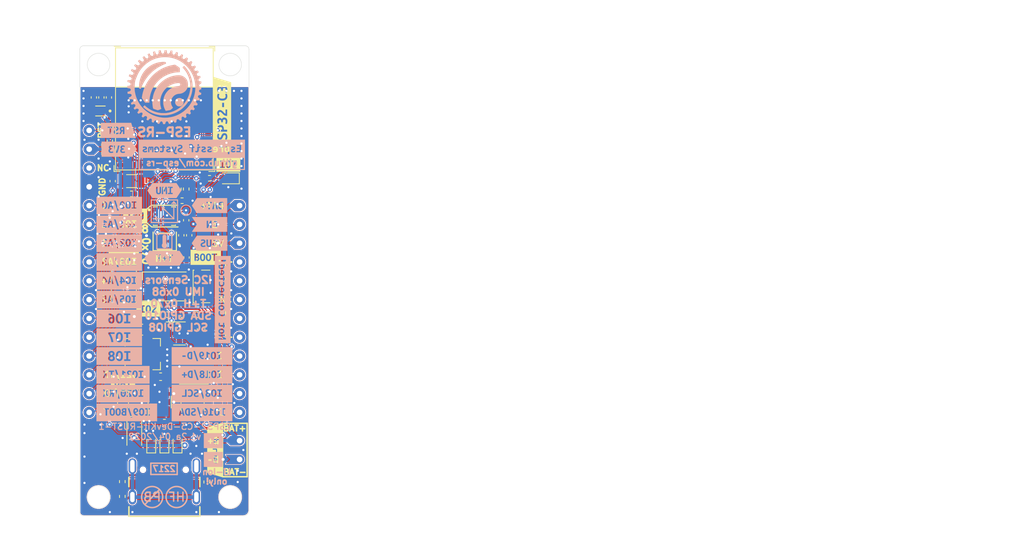
<source format=kicad_pcb>
(kicad_pcb (version 20240108) (generator "pcbnew") (generator_version "8.0")
  (title_block (title "ESP32-C3-DevKit-RUST-1") (date "2022-04-27") (rev "1.2a") (company "Espressif Systems"))
  (layers (0 "F.Cu" signal) (31 "B.Cu" signal) (34 "B.Paste" user) (35 "F.Paste" user) (36 "B.SilkS" user "B.Silkscreen") (37 "F.SilkS" user "F.Silkscreen") (38 "B.Mask" user) (39 "F.Mask" user) (44 "Edge.Cuts" user))
  (net 0 "")
  (net 1 "GND")
  (net 2 "+3V3")
  (net 3 "+5V")
  (net 4 "Net-(C6-Pad2)")
  (net 5 "CHIP_PU")
  (net 6 "IO0")
  (net 7 "IO1")
  (net 8 "VBUS")
  (net 9 "+BATT")
  (net 10 "Net-(D2-Pad2)")
  (net 11 "Net-(D3-Pad1)")
  (net 12 "USB_D-")
  (net 13 "Net-(D6-Pad2)")
  (net 14 "USB_D+")
  (net 16 "Net-(J1-PadB5)")
  (net 17 "Net-(J1-PadA5)")
  (net 19 "/Buck_Coil")
  (net 20 "ENABLE")
  (net 21 "Net-(R7-Pad1)")
  (net 22 "Net-(R9-Pad2)")
  (net 23 "IO7")
  (net 24 "IO9_BOOT")
  (net 25 "Net-(R14-Pad1)")
  (net 26 "IO8_SCL")
  (net 27 "IO10_SDA")
  (net 28 "Net-(TP2-Pad1)")
  (net 37 "IO21_TX")
  (net 38 "IO20_RX")
  (net 43 "IO6")
  (net 44 "IO5")
  (net 45 "IO4")
  (net 51 "IO3")
  (net 52 "IO2")
  (net 61 "Net-(J1-PadS1)")
  (net 63 "Net-(D9-Pad4)")
  (footprint "label" (layer "F.Cu") (at 156.718 81.026)
    (property "Reference" "kibuzzard-61B9EF98" (hide yes))
    (property "Value" "G***" (hide yes))
  )
  (footprint "LED_SMD:LED_0603_1608Metric" (layer "F.Cu") (at 156.718 82.931 180)
    (property "Reference" "D2" (hide yes))
    (property "Value" "LED" (hide yes))
  )
  (footprint "Rust_Board:Rust_Board" (layer "F.Cu") (at 148.082 96.139)
    (property "Reference" "U4" (hide yes))
    (property "Value" "Rust_Board" (hide yes))
  )
  (footprint "Crystal:Crystal_SMD_3215-2Pin_3.2x1.5mm" (layer "F.Cu") (at 143.637 83.312 180)
    (property "Reference" "Y1" (hide yes))
    (property "Value" "32.768Hz" (hide yes))
  )
  (footprint "Capacitor_SMD:C_0402_1005Metric" (layer "F.Cu") (at 150.368 90.6272 90)
    (property "Reference" "C3" (hide yes))
    (property "Value" "100nF 10V" (hide yes))
  )
  (footprint "Capacitor_SMD:C_0402_1005Metric" (layer "F.Cu") (at 146.177 83.312 90)
    (property "Reference" "C13" (hide yes))
    (property "Value" "DNP" (hide yes))
  )
  (footprint "Capacitor_SMD:C_0402_1005Metric" (layer "F.Cu") (at 151.4348 90.6272 90)
    (property "Reference" "C1" (hide yes))
    (property "Value" "10nF 10V" (hide yes))
  )
  (footprint "label" (layer "F.Cu") (at 142.5956 93.599)
    (property "Reference" "kibuzzard-61B9CEAB" (hide yes))
    (property "Value" "G***" (hide yes))
  )
  (footprint "Capacitor_SMD:C_0402_1005Metric" (layer "F.Cu") (at 151.0792 93.6244 -90)
    (property "Reference" "C14" (hide yes))
    (property "Value" "1nF 10V" (hide yes))
  )
  (footprint "Resistor_SMD:R_0402_1005Metric" (layer "F.Cu") (at 143.642 85.034)
    (property "Reference" "R12" (hide yes))
    (property "Value" "DNP" (hide yes))
  )
  (footprint "Capacitor_SMD:C_0603_1608Metric" (layer "F.Cu") (at 148.082 116 180)
    (property "Reference" "C16" (hide yes))
    (property "Value" "4.7uF 16V" (hide yes))
  )
  (footprint "Capacitor_SMD:C_0402_1005Metric" (layer "F.Cu") (at 151.0284 88.5952 -90)
    (property "Reference" "C2" (hide yes))
    (property "Value" "10nF 10V" (hide yes))
  )
  (footprint "Diode_SMD:D_SOD-523" (layer "F.Cu") (at 148.082 118.872 90)
    (property "Reference" "D8" (hide yes))
    (property "Value" "LESD5D5.0CT1G" (hide yes))
  )
  (footprint "Capacitor_SMD:C_0402_1005Metric" (layer "F.Cu") (at 140.589 72.009 90)
    (property "Reference" "C8" (hide yes))
    (property "Value" "1uF 16V" (hide yes))
  )
  (footprint "Capacitor_SMD:C_0402_1005Metric" (layer "F.Cu") (at 140.716 77.851 -90)
    (property "Reference" "C10" (hide yes))
    (property "Value" "1uF 16V" (hide yes))
  )
  (footprint "Diode_SMD:D_SOD-523" (layer "F.Cu") (at 149.86 118.872 90)
    (property "Reference" "D7" (hide yes))
    (property "Value" "LESD5D5.0CT1G" (hide yes))
  )
  (footprint "Resistor_SMD:R_0402_1005Metric" (layer "F.Cu") (at 154.178 82.931)
    (property "Reference" "R10" (hide yes))
    (property "Value" "470R 1%" (hide yes))
  )
  (footprint "Espressif:ESP32-C3-MINI-1" (layer "F.Cu") (at 148.082 76.2)
    (property "Reference" "U3" (hide yes))
    (property "Value" "ESP32-C3-MINI-1" (hide yes))
  )
  (footprint "label" (layer "F.Cu") (at 153.67 93.599)
    (property "Reference" "kibuzzard-61B9CE86" (hide yes))
    (property "Value" "G***" (hide yes))
  )
  (footprint "Resistor_SMD:R_0402_1005Metric" (layer "F.Cu") (at 150.4696 85.9536)
    (property "Reference" "R7" (hide yes))
    (property "Value" "0R 1%" (hide yes))
  )
  (footprint "Button_Switch_SMD:SW_SPST_PTS810" (layer "F.Cu") (at 142.5956 97.536 90)
    (property "Reference" "SW1" (hide yes))
    (property "Value" "SW_Push" (hide yes))
  )
  (footprint "Capacitor_SMD:C_0402_1005Metric" (layer "F.Cu") (at 139.573 72.009 90)
    (property "Reference" "C9" (hide yes))
    (property "Value" "100nF 10V" (hide yes))
  )
  (footprint "Diode_SMD:D_SOD-523" (layer "F.Cu") (at 146.304 118.872 90)
    (property "Reference" "D5" (hide yes))
    (property "Value" "LESD5D5.0CT1G" (hide yes))
  )
  (footprint "Rust_Board:IC_ICM-42670-P" (layer "F.Cu") (at 148.092 88.034)
    (property "Reference" "U2" (hide yes))
    (property "Value" "ICM-42670-P" (hide yes))
  )
  (footprint "Capacitor_SMD:C_0402_1005Metric" (layer "F.Cu") (at 141.097 83.312 90)
    (property "Reference" "C12" (hide yes))
    (property "Value" "DNP" (hide yes))
  )
  (footprint "Resistor_SMD:R_0402_1005Metric" (layer "F.Cu") (at 142.4 123.9 -90)
    (property "Reference" "R6" (hide yes))
    (property "Value" "5k1R 1%" (hide yes))
  )
  (footprint "Resistor_SMD:R_0402_1005Metric" (layer "F.Cu") (at 153.8 123.952 -90)
    (property "Reference" "R4" (hide yes))
    (property "Value" "5k1R 1%" (hide yes))
  )
  (footprint "Diode_SMD:D_SOD-123" (layer "F.Cu") (at 144.018 117.348 -90)
    (property "Reference" "D6" (hide yes))
    (property "Value" "B5819W" (hide yes))
  )
  (footprint "Capacitor_SMD:C_0402_1005Metric" (layer "F.Cu") (at 152.0444 87.2236 -90)
    (property "Reference" "C4" (hide yes))
    (property "Value" "100nF 10V" (hide yes))
  )
  (footprint "Resistor_SMD:R_0402_1005Metric" (layer "F.Cu") (at 148.336 84.3788 -90)
    (property "Reference" "R18" (hide yes))
    (property "Value" "10kR 1%" (hide yes))
  )
  (footprint "Resistor_SMD:R_0402_1005Metric" (layer "F.Cu") (at 149.9616 84.3788 90)
    (property "Reference" "R17" (hide yes))
    (property "Value" "10kR 1%" (hide yes))
  )
  (footprint "Rust_Board:SON100P200X200X80-5N" (layer "F.Cu") (at 148.1328 91.434 180)
    (property "Reference" "U1" (hide yes))
    (property "Value" "SHTC3" (hide yes))
  )
  (footprint "Button_Switch_SMD:SW_SPST_PTS810" (layer "F.Cu") (at 153.67 97.536 90)
    (property "Reference" "SW2" (hide yes))
    (property "Value" "SW_Push" (hide yes))
  )
  (footprint "Capacitor_SMD:C_0402_1005Metric" (layer "F.Cu") (at 138.557 72.009 90)
    (property "Reference" "C11" (hide yes))
    (property "Value" "10nF 10V" (hide yes))
  )
  (footprint "Resistor_SMD:R_0402_1005Metric" (layer "F.Cu") (at 140.716 75.946 -90)
    (property "Reference" "R8" (hide yes))
    (property "Value" "10kR 1%" (hide yes))
  )
  (footprint "Resistor_SMD:R_0402_1005Metric" (layer "F.Cu") (at 152.4254 101.346 180)
    (property "Reference" "R2" (hide yes))
    (property "Value" "100kR 1%" (hide yes))
  )
  (footprint "LED_SMD:LED_0603_1608Metric" (layer "F.Cu") (at 142.494 113.157 -90)
    (property "Reference" "D3" (hide yes))
    (property "Value" "LED" (hide yes))
  )
  (footprint "Capacitor_SMD:C_0603_1608Metric" (layer "F.Cu") (at 153.035 103.378 -90)
    (property "Reference" "C6" (hide yes))
    (property "Value" "22pF 50V" (hide yes))
  )
  (footprint "Capacitor_SMD:C_0603_1608Metric" (layer "F.Cu") (at 147.574 109.728)
    (property "Reference" "C15" (hide yes))
    (property "Value" "4.7uF 16V" (hide yes))
  )
  (footprint "Package_TO_SOT_SMD:SOT-23-5" (layer "F.Cu") (at 147.447 113.157 90)
    (property "Reference" "U6" (hide yes))
    (property "Value" "MCP73831T-2ACI/OT" (hide yes))
  )
  (footprint "Capacitor_SMD:C_0805_2012Metric" (layer "F.Cu") (at 151.003 106.807 180)
    (property "Reference" "C5" (hide yes))
    (property "Value" "10uF 16V" (hide yes))
  )
  (footprint "Resistor_SMD:R_0402_1005Metric" (layer "F.Cu") (at 145.1102 111.4298 -90)
    (property "Reference" "R9" (hide yes))
    (property "Value" "10kR 1%" (hide yes))
  )
  (footprint "Package_TO_SOT_SMD:SOT-23" (layer "F.Cu") (at 151.892 113.665 -90)
    (property "Reference" "Q1" (hide yes))
    (property "Value" "DMG3415U" (hide yes))
  )
  (footprint "Resistor_SMD:R_0402_1005Metric" (layer "F.Cu") (at 148.5392 101.346 180)
    (property "Reference" "R1" (hide yes))
    (property "Value" "10kR 1%" (hide yes))
  )
  (footprint "Capacitor_SMD:C_0805_2012Metric" (layer "F.Cu") (at 144.907 103.378)
    (property "Reference" "C7" (hide yes))
    (property "Value" "10uF 16V" (hide yes))
  )
  (footprint "Resistor_SMD:R_0402_1005Metric" (layer "F.Cu") (at 150.495 101.346 180)
    (property "Reference" "R3" (hide yes))
    (property "Value" "22k1R 1%" (hide yes))
  )
  (footprint "Package_TO_SOT_SMD:SOT-23-5" (layer "F.Cu") (at 150.114 103.886)
    (property "Reference" "U5" (hide yes))
    (property "Value" "SY8088" (hide yes))
  )
  (footprint "Resistor_SMD:R_0402_1005Metric" (layer "F.Cu") (at 151.0284 84.3788 90)
    (property "Reference" "R19" (hide yes))
    (property "Value" "10kR 1%" (hide yes))
  )
  (footprint "Inductor_SMD:L_Bourns-SRN4018" (layer "F.Cu") (at 145.161 106.68 180)
    (property "Reference" "L1" (hide yes))
    (property "Value" "SPH4018H2R2MT (2.2uH 2.2A)" (hide yes))
  )
  (footprint "Diode_SMD:D_SOD-123" (layer "F.Cu") (at 151.765 109.728 180)
    (property "Reference" "D4" (hide yes))
    (property "Value" "B5819W" (hide yes))
  )
  (footprint "Resistor_SMD:R_0402_1005Metric" (layer "F.Cu") (at 144.526 114.173 180)
    (property "Reference" "R14" (hide yes))
    (property "Value" "1kR 1%" (hide yes))
  )
  (footprint "Resistor_SMD:R_0402_1005Metric" (layer "F.Cu") (at 154.305 113.665 -90)
    (property "Reference" "R15" (hide yes))
    (property "Value" "100kR 1%" (hide yes))
  )
  (footprint "label" (layer "F.Cu") (at 142.494 110.49)
    (property "Reference" "kibuzzard-61C05335" (hide yes))
    (property "Value" "G***" (hide yes))
  )
  (footprint "label" (layer "F.Cu") (at 144.145 88.034)
    (property "Reference" "kibuzzard-61C05A1A" (hide yes))
    (property "Value" "G***" (hide yes))
  )
  (footprint "label" (layer "F.Cu") (at 148.1328 93.6244)
    (property "Reference" "kibuzzard-61C05A22" (hide yes))
    (property "Value" "G***" (hide yes))
  )
  (footprint "label" (layer "F.Cu") (at 154.94 119.634 -90)
    (property "Reference" "kibuzzard-61C0F511" (hide yes))
    (property "Value" "G***" (hide yes))
  )
  (footprint "label" (layer "F.Cu") (at 154.94 119.634 -90)
    (property "Reference" "kibuzzard-61C0F551" (hide yes))
    (property "Value" "G***" (hide yes))
  )
  (footprint "Rust_Board:esp-rs_logo_4mm" (layer "F.Cu") (at 139.7508 119.0498)
    (property "Reference" "G***" (hide yes))
    (property "Value" "LOGO" (hide yes))
  )
  (footprint "kibuzzard-623DAB98" (layer "F.Cu") (at 155.9 74.6 90)
    (property "Reference" "kibuzzard-623DAB98" (hide yes))
    (property "Value" "G***" (hide yes))
  )
  (footprint "Resistor_SMD:R_0402_1005Metric" (layer "F.Cu") (at 141.732 91.694)
    (property "Reference" "R11" (hide yes))
    (property "Value" "0R 1%" (hide yes))
  )
  (footprint "Resistor_SMD:R_0402_1005Metric" (layer "F.Cu") (at 142.4 125.9 90)
    (property "Reference" "R5" (hide yes))
    (property "Value" "0R 1%" (hide yes))
  )
  (footprint "kibuzzard-6269032F" (layer "F.Cu") (at 145.923 100.584)
    (property "Reference" "kibuzzard-6269032F" (hide yes))
    (property "Value" "G***" (hide yes))
  )
  (footprint "Rust_Board:GCT_USB4105-GF-A" (layer "F.Cu") (at 148.082 125.984)
    (property "Reference" "J1" (hide yes))
    (property "Value" "USB4105-GF-A" (hide yes))
  )
  (footprint "LED_SMD:LED_SK6812MINI_PLCC4_3.5x3.5mm_P1.75mm" (layer "F.Cu") (at 148.082 97.536 180)
    (property "Reference" "D9" (hide yes))
    (property "Value" "WS2812B" (hide yes))
  )
  (footprint "Rust_Board:SOD-882" (layer "F.Cu") (at 139.442 73.834 180)
    (property "Reference" "D1" (hide yes))
    (property "Value" "LESD8D3.3CAT5G" (hide yes))
  )
  (footprint "label" (layer "B.Cu") (at 148.082 84.582 180)
    (property "Reference" "kibuzzard-61B9CCBB" (hide yes))
    (property "Value" "G***" (hide yes))
  )
  (footprint "label" (layer "B.Cu") (at 148.082 93.726 180)
    (property "Reference" "kibuzzard-61B9CE3D" (hide yes))
    (property "Value" "G***" (hide yes))
  )
  (footprint "TestPoint:TestPoint_Pad_D1.0mm" (layer "B.Cu") (at 151.003 87.249)
    (property "Reference" "TP2" (hide yes))
    (property "Value" "IMU_INT2" (hide yes))
  )
  (footprint "label" (layer "B.Cu") (at 141.986 86.614 180)
    (property "Reference" "kibuzzard-61C057D5" (hide yes))
    (property "Value" "G***" (hide yes))
  )
  (footprint "label" (layer "B.Cu") (at 141.986 89.154 180)
    (property "Reference" "kibuzzard-61C057FD" (hide yes))
    (property "Value" "G***" (hide yes))
  )
  (footprint "label" (layer "B.Cu") (at 141.986 91.694 180)
    (property "Reference" "kibuzzard-61C05804" (hide yes))
    (property "Value" "G***" (hide yes))
  )
  (footprint "label" (layer "B.Cu") (at 141.986 94.234 180)
    (property "Reference" "kibuzzard-61C0588C" (hide yes))
    (property "Value" "G***" (hide yes))
  )
  (footprint "label" (layer "B.Cu") (at 153.162 114.554 180)
    (property "Reference" "kibuzzard-61C05909" (hide yes))
    (property "Value" "G***" (hide yes))
  )
  (footprint "label" (layer "B.Cu") (at 153.162 112.014 180)
    (property "Reference" "kibuzzard-61C05949" (hide yes))
    (property "Value" "G***" (hide yes))
  )
  (footprint "label" (layer "B.Cu") (at 153.162 106.934 180)
    (property "Reference" "kibuzzard-61C0597E" (hide yes))
    (property "Value" "G***" (hide yes))
  )
  (footprint "label" (layer "B.Cu") (at 153.162 109.474 180)
    (property "Reference" "kibuzzard-61C05975" (hide yes))
    (property "Value" "G***" (hide yes))
  )
  (footprint "label" (layer "B.Cu") (at 154.178 86.614 180)
    (property "Reference" "kibuzzard-61C05B60" (hide yes))
    (property "Value" "G***" (hide yes))
  )
  (footprint "label" (layer "B.Cu") (at 154.178 91.694 180)
    (property "Reference" "kibuzzard-61C05BAC" (hide yes))
    (property "Value" "G***" (hide yes))
  )
  (footprint "label" (layer "B.Cu") (at 154.178 89.154 180)
    (property "Reference" "kibuzzard-61C05C0D" (hide yes))
    (property "Value" "G***" (hide yes))
  )
  (footprint "label" (layer "B.Cu") (at 141.986 78.994 180)
    (property "Reference" "kibuzzard-61C05C87" (hide yes))
    (property "Value" "G***" (hide yes))
  )
  (footprint "label" (layer "B.Cu") (at 141.859 76.454 180)
    (property "Reference" "kibuzzard-61C05C92" (hide yes))
    (property "Value" "G***" (hide yes))
  )
  (footprint "label" (layer "B.Cu") (at 142.494 109.474 180)
    (property "Reference" "kibuzzard-61C05D58" (hide yes))
    (property "Value" "G***" (hide yes))
  )
  (footprint "label" (layer "B.Cu") (at 142.494 112.014 180)
    (property "Reference" "kibuzzard-61C05D75" (hide yes))
    (property "Value" "G***" (hide yes))
  )
  (footprint "label" (layer "B.Cu") (at 143.002 114.554 180)
    (property "Reference" "kibuzzard-61C05DB0" (hide yes))
    (property "Value" "G***" (hide yes))
  )
  (footprint "Rust_Board:esp-rs_logo_tiny" (layer "B.Cu") (at 148.082 70.612 180)
    (property "Reference" "G***" (hide yes))
    (property "Value" "LOGO" (hide yes))
  )
  (footprint "label" (layer "B.Cu") (at 141.986 96.774 180)
    (property "Reference" "kibuzzard-61C0F315" (hide yes))
    (property "Value" "G***" (hide yes))
  )
  (footprint "label" (layer "B.Cu") (at 141.986 99.314 180)
    (property "Reference" "kibuzzard-61C0F325" (hide yes))
    (property "Value" "G***" (hide yes))
  )
  (footprint "label" (layer "B.Cu") (at 155.956 99.314 90)
    (property "Reference" "kibuzzard-61C0F363" (hide yes))
    (property "Value" "G***" (hide yes))
  )
  (footprint "label" (layer "B.Cu") (at 154.686 120.904 180)
    (property "Reference" "kibuzzard-61C0F3FF" (hide yes))
    (property "Value" "G***" (hide yes))
  )
  (footprint "label" (layer "B.Cu") (at 154.686 118.364 180)
    (property "Reference" "kibuzzard-61C0F406" (hide yes))
    (property "Value" "G***" (hide yes))
  )
  (footprint "Rust_Board:logo_HF" (layer "B.Cu") (at 149.7076 125.984 180)
    (property "Reference" "REF**" (hide yes))
    (property "Value" "logo_HF" (hide yes))
  )
  (footprint "kibuzzard-61F26855" (layer "B.Cu") (at 141.986 104.394 180)
    (property "Reference" "kibuzzard-61F26855" (hide yes))
    (property "Value" "G***" (hide yes))
  )
  (footprint "Rust_Board:logo_PB" (layer "B.Cu") (at 146.4056 125.984 180)
    (property "Reference" "REF**" (hide yes))
    (property "Value" "logo_HF" (hide yes))
  )
  (footprint "kibuzzard-61F26841" (layer "B.Cu") (at 141.986 101.854 180)
    (property "Reference" "kibuzzard-61F26841" (hide yes))
    (property "Value" "G***" (hide yes))
  )
  (footprint "kibuzzard-61F2685B" (layer "B.Cu") (at 141.986 106.934 180)
    (property "Reference" "kibuzzard-61F2685B" (hide yes))
    (property "Value" "G***" (hide yes))
  )
  (footprint "kibuzzard-61E1AB2E" (layer "B.Cu") (at 151.792 78.984 180)
    (property "Reference" "kibuzzard-61E1AB2E" (hide yes))
    (property "Value" "G***" (hide yes))
  )
  (gr_line (start 146.304 88.9) (end 146.304 85.852) (stroke (width 0.1524)) (layer "B.SilkS"))
  (gr_line (start 147.066 90.424) (end 149.098 90.424) (stroke (width 0.1524)) (layer "B.SilkS"))
  (gr_line (start 147.066 92.456) (end 147.066 90.424) (stroke (width 0.1524)) (layer "B.SilkS"))
  (gr_line (start 149.098 92.456) (end 147.066 92.456) (stroke (width 0.1524)) (layer "B.SilkS"))
  (gr_line (start 149.86 85.852) (end 149.86 88.9) (stroke (width 0.1524)) (layer "B.SilkS"))
  (gr_line (start 149.86 88.9) (end 146.304 88.9) (stroke (width 0.1524)) (layer "B.SilkS"))
  (gr_line (start 149.098 90.424) (end 149.098 92.456) (stroke (width 0.1524)) (layer "B.SilkS"))
  (gr_line (start 146.304 85.852) (end 149.86 85.852) (stroke (width 0.1524)) (layer "B.SilkS"))
  (gr_line (start 149.606 86.36) (end 149.352 86.106) (stroke (width 0.1524)) (layer "B.SilkS"))
  (gr_line (start 147.066 88.138) (end 146.812 88.392) (stroke (width 0.1524)) (layer "B.SilkS"))
  (gr_line (start 147.066 88.646) (end 146.812 88.392) (stroke (width 0.1524)) (layer "B.SilkS"))
  (gr_line (start 147.828 87.122) (end 147.828 86.868) (stroke (width 0.1524)) (layer "B.SilkS"))
  (gr_line (start 149.098 86.36) (end 149.352 86.106) (stroke (width 0.1524)) (layer "B.SilkS"))
  (gr_line (start 149.8092 122.936) (end 146.2532 122.936) (stroke (width 0.2)) (layer "B.SilkS"))
  (gr_line (start 144.692 80.134) (end 144.692 81.734) (stroke (width 0.1524)) (layer "B.SilkS"))
  (gr_line (start 144.692 81.734) (end 158.892 81.734) (stroke (width 0.1524)) (layer "B.SilkS"))
  (gr_line (start 149.352 86.106) (end 149.606 86.36) (stroke (width 0.1524)) (layer "B.SilkS"))
  (gr_line (start 147.828 86.868) (end 148.082 86.868) (stroke (width 0.1524)) (layer "B.SilkS"))
  (gr_line (start 158.892 77.784) (end 158.892 80.084) (stroke (width 0.1524)) (layer "B.SilkS"))
  (gr_line (start 148.082 90.7796) (end 148.082 91.948) (stroke (width 0.5)) (layer "B.SilkS"))
  (gr_line (start 149.352 88.392) (end 147.828 86.868) (stroke (width 0.1524)) (layer "B.SilkS"))
  (gr_line (start 158.892 81.734) (end 158.892 80.084) (stroke (width 0.1524)) (layer "B.SilkS"))
  (gr_line (start 146.2532 121.412) (end 149.8092 121.412) (stroke (width 0.2)) (layer "B.SilkS"))
  (gr_line (start 144.692 77.784) (end 158.892 77.784) (stroke (width 0.1524)) (layer "B.SilkS"))
  (gr_line (start 147.828 86.868) (end 147.828 87.122) (stroke (width 0.1524)) (layer "B.SilkS"))
  (gr_line (start 149.352 86.106) (end 149.352 88.392) (stroke (width 0.1524)) (layer "B.SilkS"))
  (gr_line (start 148.082 91.9988) (end 148.082 91.9988) (stroke (width 0.7)) (layer "B.SilkS"))
  (gr_line (start 149.8092 121.412) (end 149.8092 122.936) (stroke (width 0.2)) (layer "B.SilkS"))
  (gr_line (start 146.812 88.392) (end 147.066 88.138) (stroke (width 0.1524)) (layer "B.SilkS"))
  (gr_line (start 149.352 88.392) (end 146.812 88.392) (stroke (width 0.1524)) (layer "B.SilkS"))
  (gr_line (start 146.2532 122.936) (end 146.2532 121.412) (stroke (width 0.2)) (layer "B.SilkS"))
  (gr_line (start 144.692 80.134) (end 144.692 77.784) (stroke (width 0.1524)) (layer "B.SilkS"))
  (gr_line (start 159.258 123.2408) (end 159.258 116.0272) (stroke (width 0.2)) (layer "F.SilkS"))
  (gr_line (start 156.0068 123.2408) (end 159.258 123.2408) (stroke (width 0.2)) (layer "F.SilkS"))
  (gr_line (start 155.956 116.078) (end 155.956 116.332) (stroke (width 0.1524)) (layer "F.SilkS"))
  (gr_line (start 155.956 116.332) (end 155.956 123.19) (stroke (width 0.1524)) (layer "F.SilkS"))
  (gr_line (start 159.258 116.0272) (end 156.0068 116.0272) (stroke (width 0.2)) (layer "F.SilkS"))
  (gr_line (start 157.1752 94.234) (end 156.3624 94.234) (stroke (width 0.2)) (layer "F.SilkS"))
  (gr_line (start 149.7076 92.9894) (end 149.7076 90.1954) (stroke (width 0.1524)) (layer "F.SilkS"))
  (gr_line (start 156.3624 100.2792) (end 156.3624 104.394) (stroke (width 0.2)) (layer "F.SilkS"))
  (gr_line (start 156.3624 104.394) (end 157.1752 104.394) (stroke (width 0.2)) (layer "F.SilkS"))
  (gr_line (start 146.373 89.5015) (end 149.929 89.5015) (stroke (width 0.1524)) (layer "F.SilkS"))
  (gr_line (start 145.561 87.2015) (end 146.323 86.5665) (stroke (width 0.1524)) (layer "F.SilkS"))
  (gr_line (start 146.323 86.5665) (end 149.879 86.5665) (stroke (width 0.1524)) (layer "F.SilkS"))
  (gr_line (start 145.611 88.8665) (end 146.373 89.5015) (stroke (width 0.1524)) (layer "F.SilkS"))
  (gr_line (start 156.3624 94.234) (end 156.3624 98.3488) (stroke (width 0.2)) (layer "F.SilkS"))
  (gr_line (start 146.558 92.9894) (end 146.558 90.1954) (stroke (width 0.1524)) (layer "F.SilkS"))
  (gr_arc (start 159.512 127.762) (mid 159.288815 128.300815) (end 158.75 128.524) (stroke (width 0.05)) (layer "Edge.Cuts"))
  (gr_arc (start 136.652 65.532) (mid 136.80079 65.17279) (end 137.16 65.024) (stroke (width 0.05)) (layer "Edge.Cuts"))
  (gr_line (start 158.75 128.524) (end 137.16 128.524) (stroke (width 0.05)) (layer "Edge.Cuts"))
  (gr_circle (center 139.192 67.564) (end 139.192 69.088) (stroke (width 0.05)) (fill none) (layer "Edge.Cuts"))
  (gr_arc (start 137.16 128.524) (mid 136.80079 128.37521) (end 136.652 128.016) (stroke (width 0.05)) (layer "Edge.Cuts"))
  (gr_line (start 136.652 128.016) (end 136.652 65.532) (stroke (width 0.05)) (layer "Edge.Cuts"))
  (gr_circle (center 156.972 67.564) (end 156.972 66.04) (stroke (width 0.05)) (fill none) (layer "Edge.Cuts"))
  (gr_line (start 137.16 65.024) (end 159.004 65.024) (stroke (width 0.05)) (layer "Edge.Cuts"))
  (gr_circle (center 139.192 125.984) (end 139.192 124.46) (stroke (width 0.05)) (fill none) (layer "Edge.Cuts"))
  (gr_circle (center 156.972 125.984) (end 156.972 124.46) (stroke (width 0.05)) (fill none) (layer "Edge.Cuts"))
  (gr_line (start 159.512 65.532) (end 159.512 127.762) (stroke (width 0.05)) (layer "Edge.Cuts"))
  (gr_arc (start 159.004 65.024) (mid 159.36321 65.17279) (end 159.512 65.532) (stroke (width 0.05)) (layer "Edge.Cuts"))
  (gr_text "I2C Sensors\nIMU 0x68\nT+H 0x70\nSDA GPIO10\nSCL GPIO8" (at 149.9616 99.8728 0) (layer "B.SilkS") (effects (font (size 1 1) (thickness 0.25)) (justify mirror)))
  (gr_text "Li-Ion\nonly!" (at 155.142 123.234 0) (layer "B.SilkS") (effects (font (size 0.8 0.8) (thickness 0.2)) (justify mirror)))
  (gr_text "ESP32-C3-DevKit-RUST-1\nv1.2a 04/2022" (at 148.1328 117.1448 0) (layer "B.SilkS") (effects (font (size 0.85 0.85)) (justify mirror)))
  (gr_text "2217" (at 148.0312 122.174 0) (layer "B.SilkS") (effects (font (size 0.8 0.8) (thickness 0.2)) (justify mirror)))
  (gr_text "github.com/esp-rs" (at 151.792 80.834 0) (layer "B.SilkS") (effects (font (size 0.85 0.85) (thickness 0.2)) (justify mirror)))
  (gr_text "ESP-RS" (at 148.082 76.708 0) (layer "B.SilkS") (effects (font (size 1.2 1.2) (thickness 0.3)) (justify mirror)))
  (gr_text "BAT+" (at 154.6 86.614 0) (layer "F.SilkS") (effects (font (size 1 1) (thickness 0.2))))
  (gr_text "3V3" (at 139.954 78.994 90) (layer "F.SilkS") (effects (font (size 0.6 0.6))))
  (gr_text "5V" (at 155.3 91.7 0) (layer "F.SilkS") (effects (font (size 1 1) (thickness 0.2))))
  (gr_text "20" (at 139.9 112 0) (layer "F.SilkS") (effects (font (size 1 1) (thickness 0.2))))
  (gr_text "GND" (at 139.7 84.074 90) (layer "F.SilkS") (effects (font (size 0.8 0.8) (thickness 0.2))))
  (gr_text "8" (at 156.2 112.014 0) (layer "F.SilkS") (effects (font (size 1 1) (thickness 0.2))))
  (gr_text "0" (at 139.7 86.614 0) (layer "F.SilkS") (effects (font (size 1 1) (thickness 0.2))))
  (gr_text "RST" (at 139.573 76.454 90) (layer "F.SilkS") (effects (font (size 0.8 0.8) (thickness 0.2))))
  (gr_text "9" (at 139.7 114.554 0) (layer "F.SilkS") (effects (font (size 1 1) (thickness 0.2))))
  (gr_text "BAT+" (at 157.5816 116.7 0) (layer "F.SilkS") (effects (font (size 0.8 0.8) (thickness 0.2))))
  (gr_text "1" (at 139.7 89.154 0) (layer "F.SilkS") (effects (font (size 1 1) (thickness 0.2))))
  (gr_text "2" (at 139.7 91.694 0) (layer "F.SilkS") (effects (font (size 1 1) (thickness 0.2))))
  (gr_text "BAT-" (at 157.607 122.6 0) (layer "F.SilkS") (effects (font (size 0.8 0.8) (thickness 0.2))))
  (gr_text "10" (at 156.2 114.554 0) (layer "F.SilkS") (effects (font (size 1 1) (thickness 0.2))))
  (gr_text "21" (at 139.9 109.474 0) (layer "F.SilkS") (effects (font (size 1 1) (thickness 0.2))))
  (gr_text "19" (at 156.2 106.934 0) (layer "F.SilkS") (effects (font (size 1 1) (thickness 0.2))))
  (gr_text "18" (at 156.2 109.474 0) (layer "F.SilkS") (effects (font (size 1 1) (thickness 0.2))))
  (gr_text "6" (at 139.7 101.854 0) (layer "F.SilkS") (effects (font (size 1 1) (thickness 0.2))))
  (gr_text "4" (at 139.7 96.774 0) (layer "F.SilkS") (effects (font (size 1 1) (thickness 0.2))))
  (gr_text "8" (at 139.7 106.934 0) (layer "F.SilkS") (effects (font (size 1 1) (thickness 0.2))))
  (gr_text "3" (at 139.7 94.234 0) (layer "F.SilkS") (effects (font (size 1 1) (thickness 0.2))))
  (gr_text "5" (at 139.7 99.314 0) (layer "F.SilkS") (effects (font (size 1 1) (thickness 0.2))))
  (gr_text "7" (at 139.7 104.394 0) (layer "F.SilkS") (effects (font (size 1 1) (thickness 0.2))))
  (gr_text "EN" (at 155.4 89.154 0) (layer "F.SilkS") (effects (font (size 1 1) (thickness 0.2))))
  (gr_text "NC" (at 156.3624 99.314 0) (layer "F.SilkS") (effects (font (size 0.8 0.8) (thickness 0.2))))
  (gr_text "0x70" (at 145.5928 92.7608 270) (layer "F.SilkS") (effects (font (size 1 1) (thickness 0.25))))
  (gr_text "0x68" (at 144.1196 89.8 0) (layer "F.SilkS") (effects (font (size 1 1) (thickness 0.25))))
  (gr_text "NC" (at 139.8016 81.534 0) (layer "F.SilkS") (effects (font (size 0.8 0.8) (thickness 0.2))))
  (segment (start 151.492 120.134) (end 151.616 120.134) (width 0.508) (layer "F.Cu") (net 1))
  (segment (start 151.282 121.229) (end 151.282 120.344) (width 0.508) (layer "F.Cu") (net 1))
  (segment (start 144.366 120.134) (end 143.002 120.134) (width 0.508) (layer "F.Cu") (net 1))
  (segment (start 144.882 121.229) (end 144.882 120.624) (width 0.508) (layer "F.Cu") (net 1))
  (segment (start 144.392 120.134) (end 144.366 120.134) (width 0.508) (layer "F.Cu") (net 1))
  (segment (start 151.616 120.134) (end 153.162 120.134) (width 0.508) (layer "F.Cu") (net 1))
  (segment (start 158.242 120.904) (end 156.0195 120.904) (width 0.762) (layer "F.Cu") (net 1))
  (segment (start 151.292 120.334) (end 151.492 120.134) (width 0.508) (layer "F.Cu") (net 1))
  (segment (start 144.882 120.624) (end 144.542 120.284) (width 0.508) (layer "F.Cu") (net 1))
  (segment (start 144.542 120.284) (end 144.392 120.134) (width 0.508) (layer "F.Cu") (net 1))
  (segment (start 151.282 120.344) (end 151.292 120.334) (width 0.508) (layer "F.Cu") (net 1))
  (via (at 148.463 108.331) (size 0.6) (drill 0.3) (layers "F.Cu" "B.Cu") (net 1))
  (via (at 147.4216 111.76) (size 0.6) (drill 0.3) (layers "F.Cu" "B.Cu") (net 1))
  (via (at 147.32 103.378) (size 0.6) (drill 0.3) (layers "F.Cu" "B.Cu") (net 1))
  (via (at 158.496 73.152) (size 0.6) (drill 0.3) (layers "F.Cu" "B.Cu") (net 1))
  (via (at 149.7584 72.39) (size 0.6) (drill 0.3) (layers "F.Cu" "B.Cu") (net 1))
  (via (at 137.287 120.523) (size 0.6) (drill 0.3) (layers "F.Cu" "B.Cu") (net 1))
  (via (at 149.0726 79.1464) (size 0.6) (drill 0.3) (layers "F.Cu" "B.Cu") (net 1))
  (via (at 143.256 73.2028) (size 0.6) (drill 0.3) (layers "F.Cu" "B.Cu") (net 1))
  (via (at 142.621 99.695) (size 0.6) (drill 0.3) (layers "F.Cu" "B.Cu") (net 1))
  (via (at 137.287 124.079) (size 0.6) (drill 0.3) (layers "F.Cu" "B.Cu") (net 1))
  (via (at 146.5072 72.39) (size 0.6) (drill 0.3) (layers "F.Cu" "B.Cu") (net 1))
  (via (at 151.0538 77.216) (size 0.6) (drill 0.3) (layers "F.Cu" "B.Cu") (net 1))
  (via (at 154.3304 98.3996) (size 0.6) (drill 0.3) (layers "F.Cu" "B.Cu") (net 1))
  (via (at 147.447 99.441) (size 0.6) (drill 0.3) (layers "F.Cu" "B.Cu") (net 1))
  (via (at 140.716 81.661) (size 0.6) (drill 0.3) (layers "F.Cu" "B.Cu") (net 1))
  (via (at 152.9842 83.6422) (size 0.6) (drill 0.3) (layers "F.Cu" "B.Cu") (net 1))
  (via (at 157.48 71.12) (size 0.6) (drill 0.3) (layers "F.Cu" "B.Cu") (net 1))
  (via (at 149.0472 99.441) (size 0.6) (drill 0.3) (layers "F.Cu" "B.Cu") (net 1))
  (via (at 153.924 107.315) (size 0.6) (drill 0.3) (layers "F.Cu" "B.Cu") (net 1))
  (via (at 139.192 77.724) (size 0.6) (drill 0.3) (layers "F.Cu" "B.Cu") (net 1))
  (via (at 148.463 107.569) (size 0.6) (drill 0.3) (layers "F.Cu" "B.Cu") (net 1))
  (via (at 150.5712 72.39) (size 0.6) (drill 0.3) (layers "F.Cu" "B.Cu") (net 1))
  (via (at 157.099 100.584) (size 0.6) (drill 0.3) (layers "F.Cu" "B.Cu") (net 1))
  (via (at 151.0538 75.2348) (size 0.6) (drill 0.3) (layers "F.Cu" "B.Cu") (net 1))
  (via (at 149.987 94.996) (size 0.6) (drill 0.3) (layers "F.Cu" "B.Cu") (net 1))
  (via (at 139.446 114.808) (size 0.6) (drill 0.3) (layers "F.Cu" "B.Cu") (net 1))
  (via (at 137.16 72.136) (size 0.6) (drill 0.3) (layers "F.Cu" "B.Cu") (net 1))
  (via (at 141.097 86.487) (size 0.6) (drill 0.3) (layers "F.Cu" "B.Cu") (net 1))
  (via (at 151.384 96.647) (size 0.6) (drill 0.3) (layers "F.Cu" "B.Cu") (net 1))
  (via (at 158.496 77.216) (size 0.6) (drill 0.3) (layers "F.Cu" "B.Cu") (net 1))
  (via (at 152.0444 92.3544) (size 0.6) (drill 0.3) (layers "F.Cu" "B.Cu") (net 1))
  (via (at 157.988 123.952) (size 0.6) (drill 0.3) (layers "F.Cu" "B.Cu") (net 1))
  (via (at 137.16 74.168) (size 0.6) (drill 0.3) (layers "F.Cu" "B.Cu") (net 1))
  (via (at 154.3304 96.6724) (size 0.6) (drill 0.3) (layers "F.Cu" "B.Cu") (net 1))
  (via (at 157.3276 110.744) (size 0.6) (drill 0.3) (layers "F.Cu" "B.Cu") (net 1))
  (via (at 141.224 111.76) (size 0.6) (drill 0.3) (layers "F.Cu" "B.Cu") (net 1))
  (via (at 145.415 109.728) (size 0.6) (drill 0.3) (layers "F.Cu" "B.Cu") (net 1))
  (via (at 145.642 117.034) (size 0.6) (drill 0.3) (layers "F.Cu" "B.Cu") (net 1))
  (via (at 147.32 72.39) (size 0.6) (drill 0.3) (layers "F.Cu" "B.Cu") (net 1))
  (via (at 153.0604 114.9096) (size 0.6) (drill 0.3) (layers "F.Cu" "B.Cu") (net 1))
  (via (at 148.9456 72.39) (size 0.6) (drill 0.3) (layers "F.Cu" "B.Cu") (net 1))
  (via (at 157.099 103.124) (size 0.6) (drill 0.3) (layers "F.Cu" "B.Cu") (net 1))
  (via (at 158.496 78.232) (size 0.6) (drill 0.3) (layers "F.Cu" "B.Cu") (net 1))
  (via (at 152.392 119.084) (size 0.6) (drill 0.3) (layers "F.Cu" "B.Cu") (net 1))
  (via (at 143.764 128.016) (size 0.6) (drill 0.3) (layers "F.Cu" "B.Cu") (net 1))
  (via (at 153.0096 72.39) (size 0.6) (drill 0.3) (layers "F.Cu" "B.Cu") (net 1))
  (via (at 148.463 106.807) (size 0.6) (drill 0.3) (layers "F.Cu" "B.Cu") (net 1))
  (via (at 139.192 75.565) (size 0.6) (drill 0.3) (layers "F.Cu" "B.Cu") (net 1))
  (via (at 158.75 119.634) (size 0.6) (drill 0.3) (layers "F.Cu" "B.Cu") (net 1))
  (via (at 145.1102 75.2348) (size 0.6) (drill 0.3) (layers "F.Cu" "B.Cu") (net 1))
  (via (at 158.496 76.2) (size 0.6) (drill 0.3) (layers "F.Cu" "B.Cu") (net 1))
  (via (at 154.3304 85.4456) (size 0.6) (drill 0.3) (layers "F.Cu" "B.Cu") (net 1))
  (via (at 151.616 120.134) (size 0.6) (drill 0.3) (layers "F.Cu" "B.Cu") (net 1))
  (via (at 148.082 117.4496) (size 0.6) (drill 0.3) (layers "F.Cu" "B.Cu") (net 1))
  (via (at 158.496 71.12) (size 0.6) (drill 0.3) (layers "F.Cu" "B.Cu") (net 1))
  (via (at 142.1384 116.2812) (size 0.6) (drill 0.3) (layers "F.Cu" "B.Cu") (net 1))
  (via (at 148.971 94.996) (size 0.6) (drill 0.3) (layers "F.Cu" "B.Cu") (net 1))
  (via (at 147.0914 79.1464) (size 0.6) (drill 0.3) (layers "F.Cu" "B.Cu") (net 1))
  (via (at 146.7866 110.8456) (size 0.6) (drill 0.3) (layers "F.Cu" "B.Cu") (net 1))
  (via (at 145.034 113.284) (size 0.6) (drill 0.3) (layers "F.Cu" "B.Cu") (net 1))
  (via (at 152.8572 82.1436) (size 0.6) (drill 0.3) (layers "F.Cu" "B.Cu") (net 1))
  (via (at 142.4432 118.0084) (size 0.6) (drill 0.3) (layers "F.Cu" "B.Cu") (net 1))
  (via (at 139.0396 90.424) (size 0.6) (drill 0.3) (layers "F.Cu" "B.Cu") (net 1))
  (via (at 148.1328 72.39) (size 0.6) (drill 0.3) (layers "F.Cu" "B.Cu") (net 1))
  (via (at 151.511 98.552) (size 0.6) (drill 0.3) (layers "F.Cu" "B.Cu") (net 1))
  (via (at 156.464 71.12) (size 0.6) (drill 0.3) (layers "F.Cu" "B.Cu") (net 1))
  (via (at 148.463 106.045) (size 0.6) (drill 0.3) (layers "F.Cu" "B.Cu") (net 1))
  (via (at 137.16 73.152) (size 0.6) (drill 0.3) (layers "F.Cu" "B.Cu") (net 1))
  (via (at 144.366 120.134) (size 0.6) (drill 0.3) (layers "F.Cu" "B.Cu") (net 1))
  (via (at 158.496 74.168) (size 0.6) (drill 0.3) (layers "F.Cu" "B.Cu") (net 1))
  (via (at 137.287 77.724) (size 0.6) (drill 0.3) (layers "F.Cu" "B.Cu") (net 1))
  (via (at 137.16 75.184) (size 0.6) (drill 0.3) (layers "F.Cu" "B.Cu") (net 1))
  (via (at 151.0284 116.2304) (size 0.6) (drill 0.3) (layers "F.Cu" "B.Cu") (net 1))
  (via (at 151.384 95.25) (size 0.6) (drill 0.3) (layers "F.Cu" "B.Cu") (net 1))
  (via (at 141.224 113.792) (size 0.6) (drill 0.3) (layers "F.Cu" "B.Cu") (net 1))
  (via (at 157.099 98.044) (size 0.6) (drill 0.3) (layers "F.Cu" "B.Cu") (net 1))
  (via (at 143.002 96.647) (size 0.6) (drill 0.3) (layers "F.Cu" "B.Cu") (net 1))
  (via (at 151.511 99.695) (size 0.6) (drill 0.3) (layers "F.Cu" "B.Cu") (net 1))
  (via (at 137.287 117.348) (size 0.6) (drill 0.3) (layers "F.Cu" "B.Cu") (net 1))
  (via (at 153.924 105.41) (size 0.6) (drill 0.3) (layers "F.Cu" "B.Cu") (net 1))
  (via (at 150.114 102.9208) (size 0.6) (drill 0.3) (layers "F.Cu" "B.Cu") (net 1))
  (via (at 151.6888 78.613) (size 0.6) (drill 0.3) (layers "F.Cu" "B.Cu") (net 1))
  (via (at 153.162 120.134) (size 0.6) (drill 0.3) (layers "F.Cu" "B.Cu") (net 1))
  (via (at 139.446 116.205) (size 0.6) (drill 0.3) (layers "F.Cu" "B.Cu") (net 1))
  (via (at 143.002 120.134) (size 0.6) (drill 0.3) (layers "F.Cu" "B.Cu") (net 1))
  (via (at 140.1826 90.424) (size 0.6) (drill 0.3) (layers "F.Cu" "B.Cu") (net 1))
  (via (at 147.4216 113.157) (size 0.6) (drill 0.3) (layers "F.Cu" "B.Cu") (net 1))
  (via (at 146.558 117.0432) (size 0.6) (drill 0.3) (layers "F.Cu" "B.Cu") (net 1))
  (via (at 155.2956 112.5728) (size 0.6) (drill 0.3) (layers "F.Cu" "B.Cu") (net 1))
  (via (at 150.114 108.3564) (size 0.6) (drill 0.3) (layers "F.Cu" "B.Cu") (net 1))
  (via (at 158.496 72.136) (size 0.6) (drill 0.3) (layers "F.Cu" "B.Cu") (net 1))
  (via (at 155.3464 90.5256) (size 0.6) (drill 0.3) (layers "F.Cu" "B.Cu") (net 1))
  (via (at 144.8816 72.39) (size 0.6) (drill 0.3) (layers "F.Cu" "B.Cu") (net 1))
  (via (at 158.496 80.264) (size 0.6) (drill 0.3) (layers "F.Cu" "B.Cu") (net 1))
  (via (at 140.716 128.016) (size 0.6) (drill 0.3) (layers "F.Cu" "B.Cu") (net 1))
  (via (at 152.4 128.016) (size 0.6) (drill 0.3) (layers "F.Cu" "B.Cu") (net 1))
  (via (at 143.1544 86.2584) (size 0.6) (drill 0.3) (layers "F.Cu" "B.Cu") (net 1))
  (via (at 139.192 80.264) (size 0.6) (drill 0.3) (layers "F.Cu" "B.Cu") (net 1))
  (via (at 147.066 101.854) (size 0.6) (drill 0.3) (layers "F.Cu" "B.Cu") (net 1))
  (via (at 141.097 87.376) (size 0.6) (drill 0.3) (layers "F.Cu" "B.Cu") (net 1))
  (via (at 143.256 74.0156) (size 0.6) (drill 0.3) (layers "F.Cu" "B.Cu") (net 1))
  (via (at 137.287 116.205) (size 0.6) (drill 0.3) (layers "F.Cu" "B.Cu") (net 1))
  (via (at 144.018 111.9632) (size 0.6) (drill 0.3) (layers "F.Cu" "B.Cu") (net 1))
  (via (at 151.2316 103.886) (size 0.6) (drill 0.3) (layers "F.Cu" "B.Cu") (net 1))
  (via (at 158.496 81.28) (size 0.6) (drill 0.3) (layers "F.Cu" "B.Cu") (net 1))
  (via (at 154.2288 92.3544) (size 0.6) (drill 0.3) (layers "F.Cu" "B.Cu") (net 1))
  (via (at 139.192 82.784) (size 0.6) (drill 0.3) (layers "F.Cu" "B.Cu") (net 1))
  (via (at 145.923 99.441) (size 0.6) (drill 0.3) (layers "F.Cu" "B.Cu") (net 1))
  (via (at 143.2052 80.1116) (size 0.6) (drill 0.3) (layers "F.Cu" "B.Cu") (net 1))
  (via (at 141.7828 104.7496) (size 0.6) (drill 0.3) (layers "F.Cu" "B.Cu") (net 1))
  (via (at 158.496 75.184) (size 0.6) (drill 0.3) (layers "F.Cu" "B.Cu") (net 1))
  (via (at 142.621 100.965) (size 0.6) (drill 0.3) (layers "F.Cu" "B.Cu") (net 1))
  (via (at 157.1244 90.3732) (size 0.6) (drill 0.3) (layers "F.Cu" "B.Cu") (net 1))
  (via (at 152.1968 72.39) (size 0.6) (drill 0.3) (layers "F.Cu" "B.Cu") (net 1))
  (via (at 156.0195 120.904) (size 0.8) (drill 0.4) (layers "F.Cu" "B.Cu") (net 1))
  (via (at 144.0688 72.39) (size 0.6) (drill 0.3) (layers "F.Cu" "B.Cu") (net 1))
  (via (at 143.256 72.39) (size 0.6) (drill 0.3) (layers "F.Cu" "B.Cu") (net 1))
  (via (at 141.2494 89.3572) (size 0.6) (drill 0.3) (layers "F.Cu" "B.Cu") (net 1))
  (via (at 137.16 71.12) (size 0.6) (drill 0.3) (layers "F.Cu" "B.Cu") (net 1))
  (via (at 138.842 100.584) (size 0.6) (drill 0.3) (layers "F.Cu" "B.Cu") (net 1))
  (via (at 141.7828 107.1372) (size 0.6) (drill 0.3) (layers "F.Cu" "B.Cu") (net 1))
  (via (at 147.066 94.996) (size 0.6) (drill 0.3) (layers "F.Cu" "B.Cu") (net 1))
  (via (at 155.448 128.016) (size 0.6) (drill 0.3) (layers "F.Cu" "B.Cu") (net 1))
  (via (at 149.0726 75.2348) (size 0.6) (drill 0.3) (layers "F.Cu" "B.Cu") (net 1))
  (via (at 149.0726 77.216) (size 0.6) (drill 0.3) (layers "F.Cu" "B.Cu") (net 1))
  (via (at 145.6944 72.39) (size 0.6) (drill 0.3) (layers "F.Cu" "B.Cu") (net 1))
  (via (at 139.242 87.884) (size 0.6) (drill 0.3) (layers "F.Cu" "B.Cu") (net 1))
  (via (at 141.224 109.728) (size 0.6) (drill 0.3) (layers "F.Cu" "B.Cu") (net 1))
  (via (at 145.923 101.854) (size 0.6) (drill 0.3) (layers "F.Cu" "B.Cu") (net 1))
  (via (at 151.384 72.39) (size 0.6) (drill 0.3) (layers "F.Cu" "B.Cu") (net 1))
  (via (at 157.5308 113.284) (size 0.6) (drill 0.3) (layers "F.Cu" "B.Cu") (net 1))
  (via (at 139.192 85.384) (size 0.6) (drill 0.3) (layers "F.Cu" "B.Cu") (net 1))
  (via (at 155.2448 86.4108) (size 0.6) (drill 0.3) (layers "F.Cu" "B.Cu") (net 1))
  (via (at 155.3464 81.4324) (size 0.6) (drill 0.3) (layers "F.Cu" "B.Cu") (net 1))
  (via (at 144.018 93.98) (size 0.6) (drill 0.3) (layers "F.Cu" "B.Cu") (net 1))
  (via (at 155.448 71.12) (size 0.6) (drill 0.3) (layers "F.Cu" "B.Cu") (net 1))
  (via (at 154.2796 89.154) (size 0.6) (drill 0.3) (layers "F.Cu" "B.Cu") (net 1))
  (via (at 144.018 93.091) (size 0.6) (drill 0.3) (layers "F.Cu" "B.Cu") (net 1))
  (via (at 143.2052 77.597) (size 0.6) (drill 0.3) (layers "F.Cu" "B.Cu") (net 1))
  (via (at 156.718 84.1248) (size 0.6) (drill 0.3) (layers "F.Cu" "B.Cu") (net 1))
  (via (at 145.923 94.996) (size 0.6) (drill 0.3) (layers "F.Cu" "B.Cu") (net 1))
  (via (at 158.496 84.328) (size 0.6) (drill 0.3) (layers "F.Cu" "B.Cu") (net 1))
  (via (at 138.842 98.034) (size 0.6) (drill 0.3) (layers "F.Cu" "B.Cu") (net 1))
  (via (at 147.0914 75.2348) (size 0.6) (drill 0.3) (layers "F.Cu" "B.Cu") (net 1))
  (via (at 158.496 79.248) (size 0.6) (drill 0.3) (layers "F.Cu" "B.Cu") (net 1))
  (via (at 147.0914 77.216) (size 0.6) (drill 0.3) (layers "F.Cu" "B.Cu") (net 1))
  (via (at 155.194 114.1984) (size 0.6) (drill 0.3) (layers "F.Cu" "B.Cu") (net 1))
  (via (at 157.099 95.504) (size 0.6) (drill 0.3) (layers "F.Cu" "B.Cu") (net 1))
  (via (at 140.716 80.645) (size 0.6) (drill 0.3) (layers "F.Cu" "B.Cu") (net 1))
  (via (at 157.988 122.428) (size 0.6) (drill 0.3) (layers "F.Cu" "B.Cu") (net 1))
  (via (at 150.114 103.886) (size 0.6) (drill 0.3) (layers "F.Cu" "B.Cu") (net 1))
  (via (at 151.9936 89.1032) (size 0.6) (drill 0.3) (layers "F.Cu" "B.Cu") (net 1))
  (segment (start 149.832 98.411) (end 149.832 97.736) (width 0.25) (layer "F.Cu") (net 2))
  (segment (start 152.9588 100.838) (end 152.9588 101.346) (width 0.254) (layer "F.Cu") (net 2))
  (segment (start 150.876 100.584) (end 149.987 99.695) (width 0.254) (layer "F.Cu") (net 2))
  (segment (start 145.08198 97.616431) (end 144.907 97.791411) (width 0.25) (layer "F.Cu") (net 2))
  (segment (start 139.826 73.8) (end 142.182 73.8) (width 0.4064) (layer "F.Cu") (net 2))
  (segment (start 139.597 72.489) (end 139.592 72.484) (width 0.1524) (layer "F.Cu") (net 2))
  (segment (start 148.336 83.8688) (end 148.4396 83.8688) (width 0.1524) (layer "F.Cu") (net 2))
  (segment (start 148.092 87.934) (end 148.442 87.934) (width 0.1524) (layer "F.Cu") (net 2))
  (segment (start 139.792 73.284) (end 139.792 74.514) (width 0.4064) (layer "F.Cu") (net 2))
  (segment (start 150.4924 88.1152) (end 150.092 88.5156) (width 0.1524) (layer "F.Cu") (net 2))
  (segment (start 147.592 88.9465) (end 147.592 88.434) (width 0.1524) (layer "F.Cu") (net 2))
  (segment (start 145.669 90.17) (end 145.669 90.678) (width 0.508) (layer "F.Cu") (net 2))
  (segment (start 151.0284 88.1152) (end 150.4924 88.1152) (width 0.1524) (layer "F.Cu") (net 2))
  (segment (start 140.0048 75.2348) (end 140.0048 74.7268) (width 0.1524) (layer "F.Cu") (net 2))
  (segment (start 149.5692 91.934) (end 150.396 91.1072) (width 0.1524) (layer "F.Cu") (net 2))
  (segment (start 148.4396 83.8688) (end 148.9456 83.3628) (width 0.1524) (layer "F.Cu") (net 2))
  (segment (start 151.3332 100.584) (end 150.876 100.584) (width 0.254) (layer "F.Cu") (net 2))
  (segment (start 149.86 99.568) (end 149.86 98.425) (width 0.254) (layer "F.Cu") (net 2))
  (segment (start 151.0264 84.8888) (end 151.0284 84.8868) (width 0.1524) (layer "F.Cu") (net 2))
  (segment (start 149.2545 88.784) (end 150.092 88.784) (width 0.1524) (layer "F.Cu") (net 2))
  (segment (start 152.7048 100.584) (end 152.9588 100.838) (width 0.254) (layer "F.Cu") (net 2))
  (segment (start 149.5692 91.934) (end 149.9984 91.934) (width 0.1524) (layer "F.Cu") (net 2))
  (segment (start 150.092 88.5156) (end 150.092 88.784) (width 0.1524) (layer "F.Cu") (net 2))
  (segment (start 152.9354 101.7544) (end 153.035 101.854) (width 0.254) (layer "F.Cu") (net 2))
  (segment (start 139.592 72.484) (end 138.592 72.484) (width 0.1524) (layer "F.Cu") (net 2))
  (segment (start 150.396 91.1072) (end 151.4348 91.1072) (width 0.1524) (layer "F.Cu") (net 2))
  (segment (start 149.712431 97.616431) (end 145.08198 97.616431) (width 0.25) (layer "F.Cu") (net 2))
  (segment (start 149.987 99.695) (end 149.86 99.568) (width 0.254) (layer "F.Cu") (net 2))
  (segment (start 149.9616 84.8888) (end 151.0264 84.8888) (width 0.1524) (layer "F.Cu") (net 2))
  (segment (start 139.826 73.8) (end 139.792 73.834) (width 0.4064) (layer "F.Cu") (net 2))
  (segment (start 147.592 88.434) (end 148.092 87.934) (width 0.1524) (layer "F.Cu") (net 2))
  (segment (start 137.922 78.3844) (end 137.922 78.994) (width 0.1524) (layer "F.Cu") (net 2))
  (segment (start 149.9984 91.934) (end 150.1648 92.1004) (width 0.1524) (layer "F.Cu") (net 2))
  (segment (start 149.832 97.736) (end 149.712431 97.616431) (width 0.25) (layer "F.Cu") (net 2))
  (segment (start 140.589 72.489) (end 139.597 72.489) (width 0.1524) (layer "F.Cu") (net 2))
  (segment (start 140.716 75.436) (end 140.206 75.436) (width 0.1524) (layer "F.Cu") (net 2))
  (segment (start 140.206 75.436) (end 140.0048 75.2348) (width 0.1524) (layer "F.Cu") (net 2))
  (segment (start 150.9796 85.9536) (end 151.892 85.9536) (width 0.1524) (layer "F.Cu") (net 2))
  (segment (start 139.792 74.514) (end 140.0048 74.7268) (width 0.4064) (layer "F.Cu") (net 2))
  (segment (start 139.792 73.284) (end 139.692 73.184) (width 0.4064) (layer "F.Cu") (net 2))
  (segment (start 139.592 73.084) (end 139.592 72.484) (width 0.4064) (layer "F.Cu") (net 2))
  (segment (start 152.9354 101.346) (end 152.9354 101.7544) (width 0.254) (layer "F.Cu") (net 2))
  (segment (start 142.24 86.741) (end 145.669 90.17) (width 0.508) (layer "F.Cu") (net 2))
  (segment (start 151.0284 85.9028) (end 150.9776 85.9536) (width 0.1524) (layer "F.Cu") (net 2))
  (segment (start 138.585 72.489) (end 138.557 72.517) (width 0.254) (layer "F.Cu") (net 2))
  (segment (start 139.601 72.489) (end 139.573 72.517) (width 0.254) (layer "F.Cu") (net 2))
  (segment (start 139.587 72.489) (end 139.592 72.484) (width 0.1524) (layer "F.Cu") (net 2))
  (segment (start 152.0444 86.106) (end 151.892 85.9536) (width 0.1524) (layer "F.Cu") (net 2))
  (segment (start 149.5692 91.934) (end 149.5552 91.948) (width 0.1524) (layer "F.Cu") (net 2))
  (segment (start 151.0284 84.8888) (end 151.0284 85.9028) (width 0.1524) (layer "F.Cu") (net 2))
  (segment (start 152.0444 86.7436) (end 152.0444 86.106) (width 0.1524) (layer "F.Cu") (net 2))
  (segment (start 151.3332 100.584) (end 152.7048 100.584) (width 0.254) (layer "F.Cu") (net 2))
  (segment (start 153.035 101.854) (end 153.035 102.616) (width 0.254) (layer "F.Cu") (net 2))
  (segment (start 139.692 73.184) (end 139.592 73.084) (width 0.4064) (layer "F.Cu") (net 2))
  (segment (start 149.5552 91.948) (end 149.098 91.948) (width 0.1524) (layer "F.Cu") (net 2))
  (via (at 144.018 101.6) (size 0.8) (drill 0.4) (layers "F.Cu" "B.Cu") (net 2))
  (via (at 144.907 97.791411) (size 0.6) (drill 0.3) (layers "F.Cu" "B.Cu") (net 2))
  (via (at 148.442 87.934) (size 0.6) (drill 0.3) (layers "F.Cu" "B.Cu") (net 2))
  (via (at 140.0048 74.7268) (size 0.6) (drill 0.3) (layers "F.Cu" "B.Cu") (net 2))
  (via (at 150.1648 92.1004) (size 0.6) (drill 0.3) (layers "F.Cu" "B.Cu") (net 2))
  (via (at 150.092 88.784) (size 0.6) (drill 0.3) (layers "F.Cu" "B.Cu") (net 2))
  (via (at 151.892 85.9536) (size 0.6) (drill 0.3) (layers "F.Cu" "B.Cu") (net 2))
  (via (at 145.669 90.678) (size 0.8) (drill 0.4) (layers "F.Cu" "B.Cu") (net 2))
  (via (at 148.9456 83.3628) (size 0.6) (drill 0.3) (layers "F.Cu" "B.Cu") (net 2))
  (via (at 142.24 86.741) (size 0.8) (drill 0.4) (layers "F.Cu" "B.Cu") (net 2))
  (via (at 145.669 93.091) (size 0.8) (drill 0.4) (layers "F.Cu" "B.Cu") (net 2))
  (segment (start 144.907 100.711) (end 144.907 100.33) (width 0.6096) (layer "B.Cu") (net 2))
  (segment (start 145.669 93.599) (end 145.669 93.091) (width 0.6096) (layer "B.Cu") (net 2))
  (segment (start 144.018 101.6) (end 144.907 100.711) (width 0.6096) (layer "B.Cu") (net 2))
  (segment (start 140.462 75.3364) (end 140.462 75.184) (width 0.508) (layer "B.Cu") (net 2))
  (segment (start 140.462 75.184) (end 140.0048 74.7268) (width 0.508) (layer "B.Cu") (net 2))
  (segment (start 144.907 100.33) (end 144.907 94.361) (width 0.6096) (layer "B.Cu") (net 2))
  (segment (start 144.907 94.361) (end 145.669 93.599) (width 0.6096) (layer "B.Cu") (net 2))
  (segment (start 142.113 80.645) (end 142.113 86.614) (width 0.508) (layer "B.Cu") (net 2))
  (segment (start 140.462 78.994) (end 140.462 75.3364) (width 0.508) (layer "B.Cu") (net 2))
  (segment (start 142.113 86.614) (end 142.24 86.741) (width 0.508) (layer "B.Cu") (net 2))
  (segment (start 140.462 78.994) (end 142.113 80.645) (width 0.508) (layer "B.Cu") (net 2))
  (segment (start 140.462 78.994) (end 137.922 78.994) (width 0.508) (layer "B.Cu") (net 2))
  (segment (start 151.765 110.363) (end 151.765 110.236) (width 0.6096) (layer "F.Cu") (net 3))
  (segment (start 151.638 110.998) (end 151.765 110.871) (width 0.6096) (layer "F.Cu") (net 3))
  (segment (start 149.0492 101.346) (end 149.0492 102.1314) (width 0.1524) (layer "F.Cu") (net 3))
  (segment (start 150.942 111.694) (end 151.638 110.998) (width 0.6096) (layer "F.Cu") (net 3))
  (segment (start 151.765 110.236) (end 152.273 109.728) (width 0.6096) (layer "F.Cu") (net 3))
  (segment (start 151.765 110.871) (end 151.765 110.363) (width 0.6096) (layer "F.Cu") (net 3))
  (segment (start 149.0492 102.1314) (end 149.0472 102.1334) (width 0.1524) (layer "F.Cu") (net 3))
  (segment (start 150.942 112.665) (end 150.942 111.694) (width 0.6096) (layer "F.Cu") (net 3))
  (segment (start 152.273 109.728) (end 153.289 109.728) (width 0.6096) (layer "F.Cu") (net 3))
  (via (at 149.0472 102.1334) (size 0.6) (drill 0.3) (layers "F.Cu" "B.Cu") (net 3))
  (via (at 151.638 105.664) (size 0.6) (drill 0.3) (layers "F.Cu" "B.Cu") (net 3))
  (segment (start 149.5044 104.902) (end 150.876 104.902) (width 0.1524) (layer "B.Cu") (net 3))
  (segment (start 149.0472 104.4448) (end 149.5044 104.902) (width 0.1524) (layer "B.Cu") (net 3))
  (segment (start 149.0472 102.1334) (end 149.0472 104.4448) (width 0.1524) (layer "B.Cu") (net 3))
  (segment (start 150.876 104.902) (end 151.638 105.664) (width 0.1524) (layer "B.Cu") (net 3))
  (segment (start 151.2515 102.936) (end 151.958 102.936) (width 0.254) (layer "F.Cu") (net 4))
  (segment (start 151.003 101.981) (end 151.003 102.108) (width 0.254) (layer "F.Cu") (net 4))
  (segment (start 151.005 101.346) (end 151.892 101.346) (width 0.254) (layer "F.Cu") (net 4))
  (segment (start 151.003 102.108) (end 151.257 102.362) (width 0.254) (layer "F.Cu") (net 4))
  (segment (start 152.413 104.153) (end 153.035 104.153) (width 0.254) (layer "F.Cu") (net 4))
  (segment (start 151.005 101.346) (end 151.005 101.979) (width 0.254) (layer "F.Cu") (net 4))
  (segment (start 152.146 103.124) (end 152.146 103.886) (width 0.254) (layer "F.Cu") (net 4))
  (segment (start 151.257 102.362) (end 151.257 102.87) (width 0.254) (layer "F.Cu") (net 4))
  (segment (start 152.146 103.886) (end 152.413 104.153) (width 0.254) (layer "F.Cu") (net 4))
  (segment (start 151.005 101.979) (end 151.003 101.981) (width 0.254) (layer "F.Cu") (net 4))
  (segment (start 151.958 102.936) (end 152.146 103.124) (width 0.254) (layer "F.Cu") (net 4))
  (segment (start 141.554 77.8) (end 141.554 78.664) (width 0.1524) (layer "F.Cu") (net 5))
  (segment (start 142.182 77.8) (end 141.554 77.8) (width 0.1524) (layer "F.Cu") (net 5))
  (segment (start 140.716 76.456) (end 139.702 76.456) (width 0.1524) (layer "F.Cu") (net 5))
  (segment (start 141.554 77.8) (end 141.125 77.371) (width 0.1524) (layer "F.Cu") (net 5))
  (segment (start 141.742 90.884) (end 141.742 94.4272) (width 0.1524) (layer "F.Cu") (net 5))
  (segment (start 141.5288 94.6404) (end 141.5288 95.4024) (width 0.1524) (layer "F.Cu") (net 5))
  (segment (start 141.5206 95.4614) (end 141.5288 95.4532) (width 0.1524) (layer "F.Cu") (net 5))
  (segment (start 141.742 94.4272) (end 141.5288 94.6404) (width 0.1524) (layer "F.Cu") (net 5))
  (segment (start 141.125 77.371) (end 140.716 77.371) (width 0.1524) (layer "F.Cu") (net 5))
  (segment (start 141.554 78.664) (end 140.081 80.137) (width 0.1524) (layer "F.Cu") (net 5))
  (segment (start 140.081 80.137) (end 140.081 89.223) (width 0.1524) (layer "F.Cu") (net 5))
  (segment (start 139.702 76.456) (end 139.7 76.454) (width 0.1524) (layer "F.Cu") (net 5))
  (segment (start 141.5206 99.611) (end 141.5206 95.4614) (width 0.1524) (layer "F.Cu") (net 5))
  (segment (start 140.081 89.223) (end 141.742 90.884) (width 0.1524) (layer "F.Cu") (net 5))
  (segment (start 140.716 76.456) (end 140.716 77.343) (width 0.1524) (layer "F.Cu") (net 5))
  (via (at 139.7 76.454) (size 0.6) (drill 0.3) (layers "F.Cu" "B.Cu") (net 5))
  (segment (start 139.7 76.454) (end 137.922 76.454) (width 0.1524) (layer "B.Cu") (net 5))
  (segment (start 143.002 83.312) (end 143.256 83.058) (width 0.1524) (layer "F.Cu") (net 6))
  (segment (start 143.256 83.058) (end 143.256 84.92) (width 0.1524) (layer "F.Cu") (net 6))
  (segment (start 143.256 83.058) (end 143.256 81.026) (width 0.1524) (layer "F.Cu") (net 6))
  (segment (start 143.256 84.92) (end 143.142 85.034) (width 0.1524) (layer "F.Cu") (net 6))
  (segment (start 142.387 83.312) (end 143.002 83.312) (width 0.1524) (layer "F.Cu") (net 6))
  (segment (start 141.097 83.792) (end 141.9124 83.792) (width 0.1524) (layer "F.Cu") (net 6))
  (segment (start 141.097 83.792) (end 141.097 84.582) (width 0.1524) (layer "F.Cu") (net 6))
  (segment (start 141.9124 83.792) (end 142.3924 83.312) (width 0.1524) (layer "F.Cu") (net 6))
  (via (at 141.097 84.582) (size 0.6) (drill 0.3) (layers "F.Cu" "B.Cu") (net 6))
  (segment (start 139.426 86.634) (end 141.097 84.963) (width 0.1524) (layer "B.Cu") (net 6))
  (segment (start 141.097 84.963) (end 141.097 84.582) (width 0.1524) (layer "B.Cu") (net 6))
  (segment (start 137.892 86.634) (end 139.426 86.634) (width 0.1524) (layer "B.Cu") (net 6))
  (segment (start 144.142 85.034) (end 144.142 85.484) (width 0.1524) (layer "F.Cu") (net 7))
  (segment (start 146.177 83.792) (end 145.3616 83.792) (width 0.1524) (layer "F.Cu") (net 7))
  (segment (start 143.99628 85.62972) (end 140.89628 85.62972) (width 0.1524) (layer "F.Cu") (net 7))
  (segment (start 140.35992 87.928882) (end 140.694003 88.262965) (width 0.1524) (layer "F.Cu") (net 7))
  (segment (start 144.887 83.312) (end 144.272 83.312) (width 0.1524) (layer "F.Cu") (net 7))
  (segment (start 144.018 83.058) (end 144.018 84.91) (width 0.1524) (layer "F.Cu") (net 7))
  (segment (start 144.272 83.312) (end 144.018 83.058) (width 0.1524) (layer "F.Cu") (net 7))
  (segment (start 140.35992 86.16608) (end 140.35992 87.928882) (width 0.1524) (layer "F.Cu") (net 7))
  (segment (start 140.89628 85.62972) (end 140.35992 86.16608) (width 0.1524) (layer "F.Cu") (net 7))
  (segment (start 144.018 84.91) (end 144.142 85.034) (width 0.1524) (layer "F.Cu") (net 7))
  (segment (start 144.018 83.058) (end 144.018 81.026) (width 0.1524) (layer "F.Cu") (net 7))
  (segment (start 144.142 85.484) (end 143.99628 85.62972) (width 0.1524) (layer "F.Cu") (net 7))
  (segment (start 145.3616 83.792) (end 144.8816 83.312) (width 0.1524) (layer "F.Cu") (net 7))
  (via (at 140.694003 88.262965) (size 0.6) (drill 0.3) (layers "F.Cu" "B.Cu") (net 7))
  (segment (start 140.4112 89.154) (end 140.694003 88.871197) (width 0.1524) (layer "B.Cu") (net 7))
  (segment (start 140.4112 89.154) (end 137.922 89.154) (width 0.1524) (layer "B.Cu") (net 7))
  (segment (start 140.694003 88.871197) (end 140.694003 88.262965) (width 0.1524) (layer "B.Cu") (net 7))
  (segment (start 142.494 115.062) (end 143.1036 115.6716) (width 0.508) (layer "F.Cu") (net 8))
  (segment (start 148.397 112.057) (end 148.397 109.789) (width 0.508) (layer "F.Cu") (net 8))
  (segment (start 152.842 111.826) (end 152.908 111.76) (width 0.508) (layer "F.Cu") (net 8))
  (segment (start 145.288 115.7224) (end 146.05 115.7224) (width 0.508) (layer "F.Cu") (net 8))
  (segment (start 145.2636 115.698) (end 145.288 115.7224) (width 0.508) (layer "F.Cu") (net 8))
  (segment (start 154.305 111.887) (end 154.178 111.76) (width 0.508) (layer "F.Cu") (net 8))
  (segment (start 149.309 112.057) (end 149.352 112.014) (width 0.508) (layer "F.Cu") (net 8))
  (segment (start 142.494 113.9445) (end 142.494 115.062) (width 0.508) (layer "F.Cu") (net 8))
  (segment (start 148.397 109.789) (end 148.336 109.728) (width 0.508) (layer "F.Cu") (net 8))
  (segment (start 154.305 112.776) (end 154.178 112.649) (width 0.508) (layer "F.Cu") (net 8))
  (segment (start 155.3565 91.694) (end 158.1912 91.694) (width 0.508) (layer "F.Cu") (net 8))
  (segment (start 148.397 112.057) (end 149.309 112.057) (width 0.508) (layer "F.Cu") (net 8))
  (segment (start 148.336 109.728) (end 150.114 109.728) (width 0.508) (layer "F.Cu") (net 8))
  (segment (start 154.305 113.155) (end 154.305 111.887) (width 0.508) (layer "F.Cu") (net 8))
  (segment (start 154.178 112.649) (end 152.781 112.649) (width 0.508) (layer "F.Cu") (net 8))
  (segment (start 143.1036 115.6716) (end 144.018 115.6716) (width 0.508) (layer "F.Cu") (net 8))
  (segment (start 144.018 115.698) (end 145.2636 115.698) (width 0.508) (layer "F.Cu") (net 8))
  (segment (start 149.352 112.014) (end 149.352 113.157) (width 0.508) (layer "F.Cu") (net 8))
  (segment (start 152.842 112.665) (end 152.842 111.826) (width 0.508) (layer "F.Cu") (net 8))
  (via (at 154.178 111.76) (size 0.8) (drill 0.4) (layers "F.Cu" "B.Cu") (net 8))
  (via (at 146.05 115.7224) (size 0.6) (drill 0.3) (layers "F.Cu" "B.Cu") (net 8))
  (via (at 155.3565 91.694) (size 0.8) (drill 0.4) (layers "F.Cu" "B.Cu") (net 8))
  (via (at 149.352 113.157) (size 0.8) (drill 0.4) (layers "F.Cu" "B.Cu") (net 8))
  (via (at 149.352 112.014) (size 0.8) (drill 0.4) (layers "F.Cu" "B.Cu") (net 8))
  (via (at 145.288 115.7224) (size 0.6) (drill 0.3) (layers "F.Cu" "B.Cu") (net 8))
  (via (at 152.908 111.76) (size 0.8) (drill 0.4) (layers "F.Cu" "B.Cu") (net 8))
  (segment (start 155.50248 91.83998) (end 155.3565 91.694) (width 0.508) (layer "B.Cu") (net 8))
  (segment (start 155.50248 111.57852) (end 155.50248 91.83998) (width 0.508) (layer "B.Cu") (net 8))
  (segment (start 154.178 111.76) (end 155.321 111.76) (width 0.508) (layer "B.Cu") (net 8))
  (segment (start 155.321 111.76) (end 155.50248 111.57852) (width 0.508) (layer "B.Cu") (net 8))
  (segment (start 151.892 114.665) (end 151.892 115.443) (width 0.508) (layer "F.Cu") (net 9))
  (segment (start 151.892 115.443) (end 152.527 116.078) (width 0.508) (layer "F.Cu") (net 9))
  (via (at 152.527 116.078) (size 0.6) (drill 0.3) (layers "F.Cu" "B.Cu") (net 9))
  (segment (start 152.527 116.078) (end 154.813 118.364) (width 0.508) (layer "B.Cu") (net 9))
  (segment (start 156.21 87.376) (end 156.972 86.614) (width 0.508) (layer "B.Cu") (net 9))
  (segment (start 156.21 116.332) (end 156.21 87.376) (width 0.508) (layer "B.Cu") (net 9))
  (segment (start 154.813 118.364) (end 158.115 118.364) (width 0.508) (layer "B.Cu") (net 9))
  (segment (start 156.972 86.614) (end 158.242 86.614) (width 0.508) (layer "B.Cu") (net 9))
  (segment (start 156.21 116.332) (end 158.242 118.364) (width 0.508) (layer "B.Cu") (net 9))
  (segment (start 154.688 82.931) (end 155.956 82.931) (width 0.1524) (layer "F.Cu") (net 10))
  (segment (start 144.018 112.9284) (end 143.4846 112.395) (width 0.254) (layer "F.Cu") (net 11))
  (segment (start 143.4592 112.3696) (end 142.494 112.3696) (width 0.254) (layer "F.Cu") (net 11))
  (segment (start 143.4846 112.395) (end 143.4592 112.3696) (width 0.254) (layer "F.Cu") (net 11))
  (segment (start 144.018 112.9284) (end 144.018 114.173) (width 0.254) (layer "F.Cu") (net 11))
  (segment (start 148.332 121.229) (end 148.332 122.005422) (width 0.1524) (layer "F.Cu") (net 12))
  (segment (start 153.9768 100.97214) (end 153.2656 100.26094) (width 0.1524) (layer "F.Cu") (net 12))
  (segment (start 146.304 119.572) (end 146.304 119.761) (width 0.1524) (layer "F.Cu") (net 12))
  (segment (start 148.257711 122.079711) (end 147.406289 122.079711) (width 0.1524) (layer "F.Cu") (net 12))
  (segment (start 147.32 121.993422) (end 147.32 121.158) (width 0.1524) (layer "F.Cu") (net 12))
  (segment (start 146.6708 119.572) (end 146.304 119.572) (width 0.1524) (layer "F.Cu") (net 12))
  (segment (start 147.406289 122.079711) (end 147.32 121.993422) (width 0.1524) (layer "F.Cu") (net 12))
  (segment (start 153.2656 84.5614) (end 153.372 84.455) (width 0.1524) (layer "F.Cu") (net 12))
  (segment (start 146.558 120.269) (end 147.148422 120.269) (width 0.1524) (layer "F.Cu") (net 12))
  (segment (start 153.9768 103.35974) (end 153.9768 100.97214) (width 0.1524) (layer "F.Cu") (net 12))
  (segment (start 148.332 122.005422) (end 148.257711 122.079711) (width 0.1524) (layer "F.Cu") (net 12))
  (segment (start 146.304 120.015) (end 146.558 120.269) (width 0.1524) (layer "F.Cu") (net 12))
  (segment (start 156.32191 106.934) (end 156.088155 107.167755) (width 0.1524) (layer "F.Cu") (net 12))
  (segment (start 147.32 120.440578) (end 147.32 121.285) (width 0.1524) (layer "F.Cu") (net 12))
  (segment (start 154.03223 117.12308) (end 148.86572 117.12308) (width 0.1524) (layer "F.Cu") (net 12))
  (segment (start 147.1676 119.0752) (end 146.6708 119.572) (width 0.1524) (layer "F.Cu") (net 12))
  (segment (start 156.088155 115.067155) (end 154.03223 117.12308) (width 0.1524) (layer "F.Cu") (net 12))
  (segment (start 147.1676 117.243926) (end 147.1676 119.0752) (width 0.1524) (layer "F.Cu") (net 12))
  (segment (start 147.464637 116.946889) (end 147.1676 117.243926) (width 0.1524) (layer "F.Cu") (net 12))
  (segment (start 148.689529 116.946889) (end 147.464637 116.946889) (width 0.1524) (layer "F.Cu") (net 12))
  (segment (start 158.242 106.934) (end 156.32191 106.934) (width 0.1524) (layer "F.Cu") (net 12))
  (segment (start 156.088155 105.471095) (end 153.9768 103.35974) (width 0.1524) (layer "F.Cu") (net 12))
  (segment (start 154.973958 79.375) (end 153.924 79.375) (width 0.1524) (layer "F.Cu") (net 12))
  (segment (start 148.86572 117.12308) (end 148.689529 116.946889) (width 0.1524) (layer "F.Cu") (net 12))
  (segment (start 156.088155 107.167755) (end 156.088155 115.067155) (width 0.1524) (layer "F.Cu") (net 12))
  (segment (start 146.304 119.761) (end 146.304 120.015) (width 0.1524) (layer "F.Cu") (net 12))
  (segment (start 156.088155 106.700245) (end 156.088155 105.471095) (width 0.1524) (layer "F.Cu") (net 12))
  (segment (start 147.148422 120.269) (end 147.32 120.440578) (width 0.1524) (layer "F.Cu") (net 12))
  (segment (start 155.782479 78.566479) (end 154.973958 79.375) (width 0.1524) (layer "F.Cu") (net 12))
  (segment (start 153.2656 100.26094) (end 153.2656 84.5614) (width 0.1524) (layer "F.Cu") (net 12))
  (segment (start 156.32191 106.934) (end 156.088155 106.700245) (width 0.1524) (layer "F.Cu") (net 12))
  (via (at 153.372 84.455) (size 0.6) (drill 0.3) (layers "F.Cu" "B.Cu") (net 12))
  (via (at 155.782479 78.566479) (size 0.6) (drill 0.3) (layers "F.Cu" "B.Cu") (net 12))
  (segment (start 156.0616 81.7654) (end 153.372 84.455) (width 0.1524) (layer "B.Cu") (net 12))
  (segment (start 156.0616 78.8456) (end 156.0616 81.7654) (width 0.1524) (layer "B.Cu") (net 12))
  (segment (start 155.782479 78.566479) (end 156.0616 78.8456) (width 0.1524) (layer "B.Cu") (net 12))
  (segment (start 150.495 118.999) (end 149.86 119.634) (width 0.508) (layer "F.Cu") (net 13))
  (segment (start 150.827 118.999) (end 150.495 118.999) (width 0.508) (layer "F.Cu") (net 13))
  (segment (start 149.86 119.888) (end 149.86 119.634) (width 0.508) (layer "F.Cu") (net 13))
  (segment (start 149.987 120.015) (end 149.86 119.888) (width 0.508) (layer "F.Cu") (net 13))
  (segment (start 150.482 121.229) (end 150.482 120.51) (width 0.508) (layer "F.Cu") (net 13))
  (segment (start 144.434022 118.999) (end 144.018 118.999) (width 0.508) (layer "F.Cu") (net 13))
  (segment (start 145.682 121.229) (end 145.682 120.246978) (width 0.508) (layer "F.Cu") (net 13))
  (segment (start 145.682 120.246978) (end 144.434022 118.999) (width 0.508) (layer "F.Cu") (net 13))
  (segment (start 144.018 117.983) (end 144.018 118.999) (width 0.508) (layer "F.Cu") (net 13))
  (segment (start 150.482 120.51) (end 149.987 120.015) (width 0.508) (layer "F.Cu") (net 13))
  (via (at 150.827 118.999) (size 0.8) (drill 0.4) (layers "F.Cu" "B.Cu") (net 13))
  (via (at 144.018 117.983) (size 0.8) (drill 0.4) (layers "F.Cu" "B.Cu") (net 13))
  (segment (start 145.034 118.999) (end 150.827 118.999) (width 0.508) (layer "B.Cu") (net 13))
  (segment (start 144.018 117.983) (end 145.034 118.999) (width 0.508) (layer "B.Cu") (net 13))
  (segment (start 148.015578 120.269) (end 148.648422 120.269) (width 0.1524) (layer "F.Cu") (net 14))
  (segment (start 156.324368 77.990768) (end 156.464 78.1304) (width 0.1524) (layer "F.Cu") (net 14))
  (segment (start 157.1752 105.664) (end 156.85014 105.664) (width 0.1524) (layer "F.Cu") (net 14))
  (segment (start 158.242 109.474) (end 156.972 109.474) (width 0.1524) (layer "F.Cu") (net 14))
  (segment (start 148.082 119.572) (end 148.082 120.202578) (width 0.1524) (layer "F.Cu") (net 14))
  (segment (start 154.699 78.6) (end 155.308232 77.990768) (width 0.1524) (layer "F.Cu") (net 14))
  (segment (start 154.3792 100.80546) (end 153.668 100.09426) (width 0.1524) (layer "F.Cu") (net 14))
  (segment (start 154.3792 103.19306) (end 154.3792 100.80546) (width 0.1524) (layer "F.Cu") (net 14))
  (segment (start 155.308232 77.990768) (end 156.324368 77.990768) (width 0.1524) (layer "F.Cu") (net 14))
  (segment (start 156.464 109.982) (end 156.464 115.189) (width 0.1524) (layer "F.Cu") (net 14))
  (segment (start 148.082 119.572) (end 148.4488 119.572) (width 0.1524) (layer "F.Cu") (net 14))
  (segment (start 148.648422 120.269) (end 148.844 120.464578) (width 0.1524) (layer "F.Cu") (net 14))
  (segment (start 147.832 120.452578) (end 148.015578 120.269) (width 0.1524) (layer "F.Cu") (net 14))
  (segment (start 148.082 120.202578) (end 148.015578 120.269) (width 0.1524) (layer "F.Cu") (net 14))
  (segment (start 156.972 109.474) (end 156.464 109.982) (width 0.1524) (layer "F.Cu") (net 14))
  (segment (start 153.982 78.6) (end 154.699 78.6) (width 0.1524) (layer "F.Cu") (net 14))
  (segment (start 149.3488 117.402) (end 154.251 117.402) (width 0.1524) (layer "F.Cu") (net 14))
  (segment (start 148.9456 119.0752) (end 148.9456 117.8052) (width 0.1524) (layer "F.Cu") (net 14))
  (segment (start 148.4488 119.572) (end 148.9456 119.0752) (width 0.1524) (layer "F.Cu") (net 14))
  (segment (start 148.844 120.464578) (end 148.844 121.158) (width 0.1524) (layer "F.Cu") (net 14))
  (segment (start 154.251 117.402) (end 156.464 115.189) (width 0.1524) (layer "F.Cu") (net 14))
  (segment (start 148.9456 117.8052) (end 149.3488 117.402) (width 0.1524) (layer "F.Cu") (net 14))
  (segment (start 153.668 85.009) (end 154.222 84.455) (width 0.1524) (layer "F.Cu") (net 14))
  (segment (start 147.832 121.229) (end 147.832 120.452578) (width 0.1524) (layer "F.Cu") (net 14))
  (segment (start 153.668 100.09426) (end 153.668 85.009) (width 0.1524) (layer "F.Cu") (net 14))
  (segment (start 156.85014 105.664) (end 154.3792 103.19306) (width 0.1524) (layer "F.Cu") (net 14))
  (via (at 156.464 78.1304) (size 0.6) (drill 0.3) (layers "F.Cu" "B.Cu") (net 14))
  (via (at 154.222 84.455) (size 0.6) (drill 0.3) (layers "F.Cu" "B.Cu") (net 14))
  (via (at 157.1752 105.664) (size 0.6) (drill 0.3) (layers "F.Cu" "B.Cu") (net 14))
  (segment (start 156.8196 106.0196) (end 157.1752 105.664) (width 0.1524) (layer "B.Cu") (net 14))
  (segment (start 154.222 84.17408) (end 154.222 84.455) (width 0.1524) (layer "B.Cu") (net 14))
  (segment (start 156.8196 109.3216) (end 156.972 109.474) (width 0.1524) (layer "B.Cu") (net 14))
  (segment (start 156.8196 108.0516) (end 156.8196 109.3216) (width 0.1524) (layer "B.Cu") (net 14))
  (segment (start 156.972 109.474) (end 158.242 109.474) (width 0.1524) (layer "B.Cu") (net 14))
  (segment (start 156.8196 108.0516) (end 156.8196 106.0196) (width 0.1524) (layer "B.Cu") (net 14))
  (segment (start 156.464 78.1304) (end 156.464 81.93208) (width 0.1524) (layer "B.Cu") (net 14))
  (segment (start 156.464 81.93208) (end 154.222 84.17408) (width 0.1524) (layer "B.Cu") (net 14))
  (segment (start 153.756 123.444) (end 153.8 123.4) (width 0.1524) (layer "F.Cu") (net 16))
  (segment (start 150.495 123.444) (end 153.756 123.444) (width 0.1524) (layer "F.Cu") (net 16))
  (segment (start 149.832 121.229) (end 149.832 122.781) (width 0.1524) (layer "F.Cu") (net 16))
  (segment (start 149.832 122.781) (end 150.495 123.444) (width 0.1524) (layer "F.Cu") (net 16))
  (segment (start 142.4165 123.3835) (end 142.4 123.4) (width 0.1524) (layer "F.Cu") (net 17))
  (segment (start 145.9835 123.3835) (end 142.4165 123.3835) (width 0.1524) (layer "F.Cu") (net 17))
  (segment (start 145.9835 123.3835) (end 146.812 122.555) (width 0.1524) (layer "F.Cu") (net 17))
  (segment (start 146.812 122.555) (end 146.812 121.158) (width 0.1524) (layer "F.Cu") (net 17))
  (segment (start 149.4028 100.451918) (end 148.239482 100.451918) (width 0.1524) (layer "F.Cu") (net 20))
  (segment (start 148.0292 101.346) (end 148.0292 102.6902) (width 0.1524) (layer "F.Cu") (net 20))
  (segment (start 148.0312 100.6602) (end 148.239482 100.451918) (width 0.1524) (layer "F.Cu") (net 20))
  (segment (start 148.0312 100.6602) (end 148.0312 101.346) (width 0.1524) (layer "F.Cu") (net 20))
  (segment (start 158.242 89.154) (end 155.3464 89.154) (width 0.1524) (layer "F.Cu") (net 20))
  (segment (start 148.2852 102.9462) (end 148.9964 102.9462) (width 0.1524) (layer "F.Cu") (net 20))
  (segment (start 148.0292 102.6902) (end 148.2852 102.9462) (width 0.1524) (layer "F.Cu") (net 20))
  (via (at 149.4028 100.451918) (size 0.6) (drill 0.3) (layers "F.Cu" "B.Cu") (net 20))
  (via (at 155.3464 89.154) (size 0.6) (drill 0.3) (layers "F.Cu" "B.Cu") (net 20))
  (segment (start 154.502602 100.451918) (end 154.97276 99.98176) (width 0.1524) (layer "B.Cu") (net 20))
  (segment (start 154.5844 89.916) (end 155.3464 89.154) (width 0.1524) (layer "B.Cu") (net 20))
  (segment (start 154.97276 99.98176) (end 154.97276 92.265861) (width 0.1524) (layer "B.Cu") (net 20))
  (segment (start 154.97276 92.265861) (end 154.5844 91.877501) (width 0.1524) (layer "B.Cu") (net 20))
  (segment (start 149.4028 100.451918) (end 154.502602 100.451918) (width 0.1524) (layer "B.Cu") (net 20))
  (segment (start 154.5844 91.877501) (end 154.5844 89.916) (width 0.1524) (layer "B.Cu") (net 20))
  (segment (start 148.592 86.8152) (end 149.4536 85.9536) (width 0.1524) (layer "F.Cu") (net 21))
  (segment (start 149.4536 85.9536) (end 149.9616 85.9536) (width 0.1524) (layer "F.Cu") (net 21))
  (segment (start 148.592 87.1215) (end 148.592 86.8152) (width 0.1524) (layer "F.Cu") (net 21))
  (segment (start 145.8976 112.0648) (end 146.4818 112.0648) (width 0.1524) (layer "F.Cu") (net 22))
  (segment (start 145.1102 111.9398) (end 145.7726 111.9398) (width 0.1524) (layer "F.Cu") (net 22))
  (segment (start 145.7726 111.9398) (end 145.8214 111.9886) (width 0.1524) (layer "F.Cu") (net 22))
  (segment (start 145.8214 111.9886) (end 145.8976 112.0648) (width 0.1524) (layer "F.Cu") (net 22))
  (segment (start 150.4696 81.939036) (end 150.4696 81.0768) (width 0.1524) (layer "F.Cu") (net 23))
  (segment (start 149.579918 82.828718) (end 150.4696 81.939036) (width 0.1524) (layer "F.Cu") (net 23))
  (segment (start 153.668 82.931) (end 152.4 82.931) (width 0.1524) (layer "F.Cu") (net 23))
  (via (at 149.579918 82.828718) (size 0.6) (drill 0.3) (layers "F.Cu" "B.Cu") (net 23))
  (via (at 152.4 82.931) (size 0.6) (drill 0.3) (layers "F.Cu" "B.Cu") (net 23))
  (segment (start 146.353311 84.7193) (end 148.253521 82.81909) (width 0.1524) (layer "B.Cu") (net 23))
  (segment (start 137.922 104.394) (end 140.288606 102.027394) (width 0.1524) (layer "B.Cu") (net 23))
  (segment (start 146.353311 87.98705) (end 146.353311 84.7193) (width 0.1524) (layer "B.Cu") (net 23))
  (segment (start 152.4 82.931) (end 152.273 82.804) (width 0.1524) (layer "B.Cu") (net 23))
  (segment (start 152.273 82.804) (end 149.604636 82.804) (width 0.1524) (layer "B.Cu") (net 23))
  (segment (start 140.288606 102.027394) (end 140.288606 94.051755) (width 0.1524) (layer "B.Cu") (net 23))
  (segment (start 149.57029 82.81909) (end 149.579918 82.828718) (width 0.1524) (layer "B.Cu") (net 23))
  (segment (start 140.288606 94.051755) (end 146.353311 87.98705) (width 0.1524) (layer "B.Cu") (net 23))
  (segment (start 149.604636 82.804) (end 149.579918 82.828718) (width 0.1524) (layer "B.Cu") (net 23))
  (segment (start 148.253521 82.81909) (end 149.57029 82.81909) (width 0.1524) (layer "B.Cu") (net 23))
  (segment (start 152.6032 95.4532) (end 152.6032 94.488) (width 0.1524) (layer "F.Cu") (net 24))
  (segment (start 151.0792 94.1044) (end 152.2196 94.1044) (width 0.1524) (layer "F.Cu") (net 24))
  (segment (start 152.082 81.1) (end 152.082 82.0552) (width 0.1524) (layer "F.Cu") (net 24))
  (segment (start 143.435879 97.288711) (end 143.08699 97.6376) (width 0.1524) (layer "F.Cu") (net 24))
  (segment (start 152.044658 98.298) (end 151.035369 97.288711) (width 0.1524) (layer "F.Cu") (net 24))
  (segment (start 152.2196 94.1044) (end 152.6032 94.488) (width 0.1524) (layer "F.Cu") (net 24))
  (segment (start 152.595 97.976) (end 152.595 95.4614) (width 0.1524) (layer "F.Cu") (net 24))
  (segment (start 152.9588 85.09) (end 151.7376 83.8688) (width 0.1524) (layer "F.Cu") (net 24))
  (segment (start 151.7376 83.8688) (end 151.0284 83.8688) (width 0.1524) (layer "F.Cu") (net 24))
  (segment (start 152.6032 94.488) (end 152.9588 94.1324) (width 0.1524) (layer "F.Cu") (net 24))
  (segment (start 151.0284 83.1088) (end 152.082 82.0552) (width 0.1524) (layer "F.Cu") (net 24))
  (segment (start 152.595 95.4614) (end 152.6032 95.4532) (width 0.1524) (layer "F.Cu") (net 24))
  (segment (start 151.035369 97.288711) (end 143.435879 97.288711) (width 0.1524) (layer "F.Cu") (net 24))
  (segment (start 152.6032 98.6282) (end 152.6032 99.6188) (width 0.1524) (layer "F.Cu") (net 24))
  (segment (start 152.273 98.298) (end 152.595 97.976) (width 0.1524) (layer "F.Cu") (net 24))
  (segment (start 152.6032 99.6188) (end 152.595 99.6106) (width 0.1524) (layer "F.Cu") (net 24))
  (segment (start 152.273 98.298) (end 152.044658 98.298) (width 0.1524) (layer "F.Cu") (net 24))
  (segment (start 151.0284 83.1088) (end 151.0284 83.8708) (width 0.1524) (layer "F.Cu") (net 24))
  (segment (start 152.273 98.298) (end 152.6032 98.6282) (width 0.1524) (layer "F.Cu") (net 24))
  (segment (start 152.9588 85.09) (end 152.9588 94.1324) (width 0.1524) (layer "F.Cu") (net 24))
  (via (at 143.08699 97.6376) (size 0.6) (drill 0.3) (layers "F.Cu" "B.Cu") (net 24))
  (segment (start 141.700304 99.024286) (end 143.08699 97.6376) (width 0.1524) (layer "B.Cu") (net 24))
  (segment (start 141.696286 102.625184) (end 141.696286 99.024286) (width 0.1524) (layer "B.Cu") (net 24))
  (segment (start 139.192 113.8936) (end 138.5316 114.554) (width 0.1524) (layer "B.Cu") (net 24))
  (segment (start 141.696286 99.024286) (end 141.700304 99.024286) (width 0.1524) (layer "B.Cu") (net 24))
  (segment (start 139.192 113.8936) (end 139.192 111.24169) (width 0.1524) (layer "B.Cu") (net 24))
  (segment (start 139.192 111.24169) (end 140.40016 110.03353) (width 0.1524) (layer "B.Cu") (net 24))
  (segment (start 140.40016 110.03353) (end 140.40016 103.92131) (width 0.1524) (layer "B.Cu") (net 24))
  (segment (start 140.40016 103.92131) (end 141.696286 102.625184) (width 0.1524) (layer "B.Cu") (net 24))
  (segment (start 137.922 114.554) (end 138.5316 114.554) (width 0.1524) (layer "B.Cu") (net 24))
  (segment (start 145.923 114.173) (end 145.034 114.173) (width 0.254) (layer "F.Cu") (net 25))
  (segment (start 146.497 114.257) (end 146.007 114.257) (width 0.254) (layer "F.Cu") (net 25))
  (segment (start 146.007 114.257) (end 145.923 114.173) (width 0.254) (layer "F.Cu") (net 25))
  (segment (start 149.042 90.5712) (end 149.098 90.6272) (width 0.1524) (layer "F.Cu") (net 26))
  (segment (start 154.09999 118.0507) (end 156.81592 115.33477) (width 0.1524) (layer "F.Cu") (net 26))
  (segment (start 149.2504 85.2932) (end 148.5596 85.984) (width 0.1524) (layer "F.Cu") (net 26))
  (segment (start 140.208 107.3912) (end 140.208 114.0968) (width 0.1524) (layer "F.Cu") (net 26))
  (segment (start 137.9728 106.934) (end 139.7508 106.934) (width 0.1524) (layer "F.Cu") (net 26))
  (segment (start 139.7508 106.934) (end 139.8016 106.9848) (width 0.1524) (layer "F.Cu") (net 26))
  (segment (start 140.208 114.0968) (end 140.208 115.7224) (width 0.1524) (layer "F.Cu") (net 26))
  (segment (start 149.2504 84.1248) (end 149.2504 85.2932) (width 0.1524) (layer "F.Cu") (net 26))
  (segment (start 151.282 81.994) (end 149.9616 83.3144) (width 0.1524) (layer "F.Cu") (net 26))
  (segment (start 148.092 87.1215) (end 148.092 86.684) (width 0.1524) (layer "F.Cu") (net 26))
  (segment (start 151.282 81.1) (end 151.282 81.994) (width 0.1524) (layer "F.Cu") (net 26))
  (segment (start 157.012 112.014) (end 158.242 112.014) (width 0.1524) (layer "F.Cu") (net 26))
  (segment (start 139.8016 106.9848) (end 140.208 107.3912) (width 0.1524) (layer "F.Cu") (net 26))
  (segment (start 140.208 115.7224) (end 140.6652 116.1796) (width 0.1524) (layer "F.Cu") (net 26))
  (segment (start 149.9616 83.3144) (end 149.9616 83.8708) (width 0.1524) (layer "F.Cu") (net 26))
  (segment (start 148.5596 85.984) (end 148.292 85.984) (width 0.1524) (layer "F.Cu") (net 26))
  (segment (start 148.092 86.684) (end 148.292 86.484) (width 0.1524) (layer "F.Cu") (net 26))
  (segment (start 149.5044 83.8708) (end 149.2504 84.1248) (width 0.1524) (layer "F.Cu") (net 26))
  (segment (start 149.9616 83.8708) (end 149.5044 83.8708) (width 0.1524) (layer "F.Cu") (net 26))
  (segment (start 154.09999 118.0507) (end 152.0529 118.0507) (width 0.1524) (layer "F.Cu") (net 26))
  (segment (start 148.292 86.484) (end 148.292 85.984) (width 0.1524) (layer "F.Cu") (net 26))
  (segment (start 149.098 90.6272) (end 149.098 90.932) (width 0.1524) (layer "F.Cu") (net 26))
  (segment (start 156.81592 115.33477) (end 156.81592 112.21008) (width 0.1524) (layer "F.Cu") (net 26))
  (segment (start 156.81592 112.21008) (end 157.012 112.014) (width 0.1524) (layer "F.Cu") (net 26))
  (segment (start 149.042 90.284) (end 149.042 90.5712) (width 0.1524) (layer "F.Cu") (net 26))
  (via (at 140.6652 116.1796) (size 0.6) (drill 0.3) (layers "F.Cu" "B.Cu") (net 26))
  (via (at 152.0529 118.0507) (size 0.6) (drill 0.3) (layers "F.Cu" "B.Cu") (net 26))
  (via (at 148.292 85.984) (size 0.6) (drill 0.3) (layers "F.Cu" "B.Cu") (net 26))
  (via (at 149.042 90.284) (size 0.6) (drill 0.3) (layers "F.Cu" "B.Cu") (net 26))
  (segment (start 144.235363 117.348) (end 142.9512 117.348) (width 0.1524) (layer "B.Cu") (net 26))
  (segment (start 145.60028 118.54228) (end 145.429643 118.54228) (width 0.1524) (layer "B.Cu") (net 26))
  (segment (start 150.4188 118.54228) (end 150.91038 118.0507) (width 0.1524) (layer "B.Cu") (net 26))
  (segment (start 140.640526 94.197525) (end 140.640526 102.173164) (width 0.1524) (layer "B.Cu") (net 26))
  (segment (start 146.7104 88.127651) (end 146.7104 85.901421) (width 0.1524) (layer "B.Cu") (net 26))
  (segment (start 148.742 90.284) (end 149.042 90.284) (width 0.1524) (layer "B.Cu") (net 26))
  (segment (start 144.406081 117.518718) (end 144.235363 117.348) (width 0.1524) (layer "B.Cu") (net 26))
  (segment (start 148.292 85.984) (end 147.79392 86.48208) (width 0.1524) (layer "B.Cu") (net 26))
  (segment (start 145.60028 118.54228) (end 150.4188 118.54228) (width 0.1524) (layer "B.Cu") (net 26))
  (segment (start 147.692 85.384) (end 148.292 85.984) (width 0.1524) (layer "B.Cu") (net 26))
  (segment (start 139.3444 105.5116) (end 137.922 106.934) (width 0.1524) (layer "B.Cu") (net 26))
  (segment (start 140.640526 102.173164) (end 139.3444 103.46929) (width 0.1524) (layer "B.Cu") (net 26))
  (segment (start 147.79392 86.48208) (end 147.79392 89.33592) (width 0.1524) (layer "B.Cu") (net 26))
  (segment (start 147.79392 89.33592) (end 148.742 90.284) (width 0.1524) (layer "B.Cu") (net 26))
  (segment (start 141.8336 117.348) (end 140.716 116.2304) (width 0.1524) (layer "B.Cu") (net 26))
  (segment (start 139.3444 103.46929) (end 139.3444 105.5116) (width 0.1524) (layer "B.Cu") (net 26))
  (segment (start 146.7104 85.901421) (end 147.227821 85.384) (width 0.1524) (layer "B.Cu") (net 26))
  (segment (start 146.7104 88.127651) (end 140.640526 94.197525) (width 0.1524) (layer "B.Cu") (net 26))
  (segment (start 142.9512 117.348) (end 141.8336 117.348) (width 0.1524) (layer "B.Cu") (net 26))
  (segment (start 147.227821 85.384) (end 147.692 85.384) (width 0.1524) (layer "B.Cu") (net 26))
  (segment (start 150.91038 118.0507) (end 152.0529 118.0507) (width 0.1524) (layer "B.Cu") (net 26))
  (segment (start 145.429643 118.54228) (end 144.406081 117.518718) (width 0.1524) (layer "B.Cu") (net 26))
  (segment (start 157.192 115.45638) (end 157.192 114.934) (width 0.1524) (layer "F.Cu") (net 27))
  (segment (start 148.4376 93.1164) (end 148.209 93.345) (width 0.1524) (layer "F.Cu") (net 27))
  (segment (start 155.809235 111.511635) (end 154.8816 110.584) (width 0.1524) (layer "F.Cu") (net 27))
  (segment (start 147.142 90.9064) (end 147.1676 90.932) (width 0.1524) (layer "F.Cu") (net 27))
  (segment (start 148.4376 93.0656) (end 148.4376 93.1164) (width 0.1524) (layer "F.Cu") (net 27))
  (segment (start 154.676858 116.084) (end 153.792 116.084) (width 0.1524) (layer "F.Cu") (net 27))
  (segment (start 147.4978 83.016244) (end 147.4978 84.455) (width 0.1524) (layer "F.Cu") (net 27))
  (segment (start 147.4978 84.455) (end 147.9296 84.8868) (width 0.1524) (layer "F.Cu") (net 27))
  (segment (start 147.142 90.184) (end 147.142 90.9064) (width 0.1524) (layer "F.Cu") (net 27))
  (segment (start 155.942 117.6105) (end 155.942 116.70638) (width 0.1524) (layer "F.Cu") (net 27))
  (segment (start 154.8816 110.584) (end 154.742 110.584) (width 0.1524) (layer "F.Cu") (net 27))
  (segment (start 155.942 116.70638) (end 157.192 115.45638) (width 0.1524) (layer "F.Cu") (net 27))
  (segment (start 147.9296 84.8868) (end 148.336 84.8868) (width 0.1524) (layer "F.Cu") (net 27))
  (segment (start 146.4818 81.1022) (end 146.4818 82.000244) (width 0.1524) (layer "F.Cu") (net 27))
  (segment (start 154.676858 116.084) (end 155.809235 114.951623) (width 0.1524) (layer "F.Cu") (net 27))
  (segment (start 157.192 114.934) (end 157.542 114.584) (width 0.1524) (layer "F.Cu") (net 27))
  (segment (start 148.209 93.345) (end 148.209 96.52) (width 0.1524) (layer "F.Cu") (net 27))
  (segment (start 157.542 114.584) (end 158.242 114.584) (width 0.1524) (layer "F.Cu") (net 27))
  (segment (start 148.336 84.8868) (end 148.336 85.09) (width 0.1524) (layer "F.Cu") (net 27))
  (segment (start 147.442 86.484) (end 147.442 85.984) (width 0.1524) (layer "F.Cu") (net 27))
  (segment (start 155.809235 114.951623) (end 155.809235 111.511635) (width 0.1524) (layer "F.Cu") (net 27))
  (segment (start 147.592 86.634) (end 147.592 87.1215) (width 0.1524) (layer "F.Cu") (net 27))
  (segment (start 148.336 85.09) (end 147.442 85.984) (width 0.1524) (layer "F.Cu") (net 27))
  (segment (start 146.4818 82.000244) (end 147.4978 83.016244) (width 0.1524) (layer "F.Cu") (net 27))
  (segment (start 147.442 86.484) (end 147.592 86.634) (width 0.1524) (layer "F.Cu") (net 27))
  (via (at 147.442 85.984) (size 0.6) (drill 0.3) (layers "F.Cu" "B.Cu") (net 27))
  (via (at 155.942 117.6105) (size 0.6) (drill 0.3) (layers "F.Cu" "B.Cu") (net 27))
  (via (at 154.742 110.584) (size 0.6) (drill 0.3) (layers "F.Cu" "B.Cu") (net 27))
  (via (at 148.209 96.52) (size 0.6) (drill 0.3) (layers "F.Cu" "B.Cu") (net 27))
  (via (at 153.792 116.084) (size 0.6) (drill 0.3) (layers "F.Cu" "B.Cu") (net 27))
  (via (at 148.4376 93.0656) (size 0.6) (drill 0.3) (layers "F.Cu" "B.Cu") (net 27))
  (via (at 147.142 90.184) (size 0.6) (drill 0.3) (layers "F.Cu" "B.Cu") (net 27))
  (segment (start 154.523229 100.954629) (end 155.04576 101.47716) (width 0.1524) (layer "B.Cu") (net 27))
  (segment (start 148.439235 93.063965) (end 148.4376 93.0656) (width 0.1524) (layer "B.Cu") (net 27))
  (segment (start 147.442 85.984) (end 147.442 89.884) (width 0.1524) (layer "B.Cu") (net 27))
  (segment (start 155.04576 101.47716) (end 155.04576 110.28024) (width 0.1524) (layer "B.Cu") (net 27))
  (segment (start 153.792 116.084) (end 154.4155 116.084) (width 0.1524) (layer "B.Cu") (net 27))
  (segment (start 148.209 100.1776) (end 148.986029 100.954629) (width 0.1524) (layer "B.Cu") (net 27))
  (segment (start 154.4155 116.084) (end 155.942 117.6105) (width 0.1524) (layer "B.Cu") (net 27))
  (segment (start 148.209 96.52) (end 148.209 100.1776) (width 0.1524) (layer "B.Cu") (net 27))
  (segment (start 147.142 90.184) (end 147.9436 90.184) (width 0.1524) (layer "B.Cu") (net 27))
  (segment (start 148.986029 100.954629) (end 154.523229 100.954629) (width 0.1524) (layer "B.Cu") (net 27))
  (segment (start 147.442 89.884) (end 147.142 90.184) (width 0.1524) (layer "B.Cu") (net 27))
  (segment (start 147.9436 90.184) (end 148.439235 90.679635) (width 0.1524) (layer "B.Cu") (net 27))
  (segment (start 148.439235 90.679635) (end 148.439235 93.063965) (width 0.1524) (layer "B.Cu") (net 27))
  (segment (start 155.04576 110.28024) (end 154.742 110.584) (width 0.1524) (layer "B.Cu") (net 27))
  (segment (start 149.2545 88.284) (end 149.6444 88.284) (width 0.1524) (layer "F.Cu") (net 28))
  (segment (start 149.6444 88.284) (end 150.6794 87.249) (width 0.1524) (layer "F.Cu") (net 28))
  (segment (start 150.6794 87.249) (end 151.003 87.249) (width 0.1524) (layer "F.Cu") (net 28))
  (via (at 151.003 87.249) (size 0.6) (drill 0.3) (layers "F.Cu" "B.Cu") (net 28))
  (segment (start 143.942 78.156) (end 143.9164 78.1304) (width 0.1524) (layer "F.Cu") (net 37))
  (segment (start 150.876 79.584011) (end 150.65222 79.807791) (width 0.1524) (layer "F.Cu") (net 37))
  (segment (start 144.515791 79.807791) (end 143.942 79.234) (width 0.1524) (layer "F.Cu") (net 37))
  (segment (start 144.642 89.815938) (end 144.642 91.434) (width 0.1524) (layer "F.Cu") (net 37))
  (segment (start 142.692 88.3097) (end 143.135762 88.3097) (width 0.1524) (layer "F.Cu") (net 37))
  (segment (start 152.5784 79.984) (end 152.442 79.984) (width 0.1524) (layer "F.Cu") (net 37))
  (segment (start 153.782 75.4) (end 153.1112 76.0708) (width 0.1524) (layer "F.Cu") (net 37))
  (segment (start 153.1112 76.0708) (end 153.1112 79.4512) (width 0.1524) (layer "F.Cu") (net 37))
  (segment (start 153.982 75.4) (end 153.782 75.4) (width 0.1524) (layer "F.Cu") (net 37))
  (segment (start 153.1112 79.4512) (end 152.5784 79.984) (width 0.1524) (layer "F.Cu") (net 37))
  (segment (start 150.65222 79.807791) (end 144.515791 79.807791) (width 0.1524) (layer "F.Cu") (net 37))
  (segment (start 143.942 79.234) (end 143.942 78.156) (width 0.1524) (layer "F.Cu") (net 37))
  (segment (start 143.135762 88.3097) (end 144.642 89.815938) (width 0.1524) (layer "F.Cu") (net 37))
  (via (at 142.692 88.3097) (size 0.6) (drill 0.3) (layers "F.Cu" "B.Cu") (net 37))
  (via (at 144.642 91.434) (size 0.6) (drill 0.3) (layers "F.Cu" "B.Cu") (net 37))
  (via (at 143.9164 78.1304) (size 0.6) (drill 0.3) (layers "F.Cu" "B.Cu") (net 37))
  (via (at 150.876 79.584011) (size 0.6) (drill 0.3) (layers "F.Cu" "B.Cu") (net 37))
  (via (at 152.442 79.984) (size 0.6) (drill 0.3) (layers "F.Cu" "B.Cu") (net 37))
  (segment (start 143.9164 79.2084) (end 144.241791 79.533791) (width 0.1524) (layer "B.Cu") (net 37))
  (segment (start 139.69632 103.62682) (end 140.992446 102.330694) (width 0.1524) (layer "B.Cu") (net 37))
  (segment (start 143.9164 78.1304) (end 143.9164 79.2084) (width 0.1524) (layer "B.Cu") (net 37))
  (segment (start 139.69632 107.69968) (end 139.69632 103.62682) (width 0.1524) (layer "B.Cu") (net 37))
  (segment (start 140.992446 94.343295) (end 143.901741 91.434) (width 0.1524) (layer "B.Cu") (net 37))
  (segment (start 152.0184 79.984) (end 152.442 79.984) (width 0.1524) (layer "B.Cu") (net 37))
  (segment (start 144.241791 87.084) (end 143.01609 88.3097) (width 0.1524) (layer "B.Cu") (net 37))
  (segment (start 140.992446 102.330694) (end 140.992446 94.343295) (width 0.1524) (layer "B.Cu") (net 37))
  (segment (start 143.01609 88.3097) (end 142.692 88.3097) (width 0.1524) (layer "B.Cu") (net 37))
  (segment (start 144.241791 79.533791) (end 144.241791 87.084) (width 0.1524) (layer "B.Cu") (net 37))
  (segment (start 137.922 109.474) (end 139.69632 107.69968) (width 0.1524) (layer "B.Cu") (net 37))
  (segment (start 150.876 79.584011) (end 151.618411 79.584011) (width 0.1524) (layer "B.Cu") (net 37))
  (segment (start 143.901741 91.434) (end 144.692 91.434) (width 0.1524) (layer "B.Cu") (net 37))
  (segment (start 151.618411 79.584011) (end 152.0184 79.984) (width 0.1524) (layer "B.Cu") (net 37))
  (segment (start 152.5016 77.42122) (end 152.5016 79.110221) (width 0.1524) (layer "F.Cu") (net 38))
  (segment (start 155.042 76.184) (end 153.992 76.184) (width 0.1524) (layer "F.Cu") (net 38))
  (segment (start 155.292 76.434) (end 155.042 76.184) (width 0.1524) (layer "F.Cu") (net 38))
  (segment (start 144.142 92.134) (end 144.139289 92.131289) (width 0.1524) (layer "F.Cu") (net 38))
  (segment (start 151.45211 80.159711) (end 144.223889 80.159711) (width 0.1524) (layer "F.Cu") (net 38))
  (segment (start 152.5016 79.110221) (end 151.45211 80.159711) (width 0.1524) (layer "F.Cu") (net 38))
  (segment (start 144.139289 89.833209) (end 144.12004 89.81396) (width 0.1524) (layer "F.Cu") (net 38))
  (segment (start 142.144977 88.89277) (end 142.152336 88.885411) (width 0.1524) (layer "F.Cu") (net 38))
  (segment (start 143.191491 88.885411) (end 144.12004 89.81396) (width 0.1524) (layer "F.Cu") (net 38))
  (segment (start 142.152336 88.885411) (end 143.191491 88.885411) (width 0.1524) (layer "F.Cu") (net 38))
  (segment (start 143.3068 78.9432) (end 143.3068 79.242622) (width 0.1524) (layer "F.Cu") (net 38))
  (segment (start 144.139289 92.131289) (end 144.139289 89.833209) (width 0.1524) (layer "F.Cu") (net 38))
  (segment (start 143.3068 79.242622) (end 144.223889 80.159711) (width 0.1524) (layer "F.Cu") (net 38))
  (via (at 155.292 76.434) (size 0.6) (drill 0.3) (layers "F.Cu" "B.Cu") (net 38))
  (via (at 143.3068 78.9432) (size 0.6) (drill 0.3) (layers "F.Cu" "B.Cu") (net 38))
  (via (at 144.142 92.134) (size 0.6) (drill 0.3) (layers "F.Cu" "B.Cu") (net 38))
  (via (at 152.5016 77.3684) (size 0.6) (drill 0.3) (layers "F.Cu" "B.Cu") (net 38))
  (via (at 142.144977 88.89277) (size 0.6) (drill 0.3) (layers "F.Cu" "B.Cu") (net 38))
  (segment (start 141.344366 102.479414) (end 141.344366 94.489065) (width 0.1524) (layer "B.Cu") (net 38))
  (segment (start 143.695716 92.137716) (end 144.138284 92.137716) (width 0.1524) (layer "B.Cu") (net 38))
  (segment (start 155.292 76.434) (end 154.692 77.034) (width 0.1524) (layer "B.Cu") (net 38))
  (segment (start 152.836 77.034) (end 152.5016 77.3684) (width 0.1524) (layer "B.Cu") (net 38))
  (segment (start 143.889871 79.627871) (end 143.3068 79.0448) (width 0.1524) (layer "B.Cu") (net 38))
  (segment (start 140.04824 103.77554) (end 141.344366 102.479414) (width 0.1524) (layer "B.Cu") (net 38))
  (segment (start 141.344366 94.489065) (end 143.695716 92.137716) (width 0.1524) (layer "B.Cu") (net 38))
  (segment (start 143.3068 79.0448) (end 143.3068 78.9432) (width 0.1524) (layer "B.Cu") (net 38))
  (segment (start 142.144977 88.89277) (end 142.116289 88.864082) (width 0.1524) (layer "B.Cu") (net 38))
  (segment (start 144.138284 92.137716) (end 144.142 92.134) (width 0.1524) (layer "B.Cu") (net 38))
  (segment (start 142.116289 88.864082) (end 142.116289 88.071232) (width 0.1524) (layer "B.Cu") (net 38))
  (segment (start 143.094101 87.734) (end 143.889871 86.93823) (width 0.1524) (layer "B.Cu") (net 38))
  (segment (start 143.889871 86.93823) (end 143.889871 79.627871) (width 0.1524) (layer "B.Cu") (net 38))
  (segment (start 137.922 112.014) (end 140.04824 109.88776) (width 0.1524) (layer "B.Cu") (net 38))
  (segment (start 140.04824 109.88776) (end 140.04824 103.77554) (width 0.1524) (layer "B.Cu") (net 38))
  (segment (start 142.453521 87.734) (end 143.094101 87.734) (width 0.1524) (layer "B.Cu") (net 38))
  (segment (start 142.116289 88.071232) (end 142.453521 87.734) (width 0.1524) (layer "B.Cu") (net 38))
  (segment (start 154.692 77.034) (end 152.836 77.034) (width 0.1524) (layer "B.Cu") (net 38))
  (segment (start 149.682 81.1) (end 149.682 81.839) (width 0.1524) (layer "F.Cu") (net 43))
  (segment (start 149.682 81.839) (end 149.606 81.915) (width 0.1524) (layer "F.Cu") (net 43))
  (via (at 149.606 81.915) (size 0.6) (drill 0.3) (layers "F.Cu" "B.Cu") (net 43))
  (segment (start 146.001391 84.524609) (end 148.060562 82.465438) (width 0.1524) (layer "B.Cu") (net 43))
  (segment (start 146.001391 87.84128) (end 146.001391 84.524609) (width 0.1524) (layer "B.Cu") (net 43))
  (segment (start 137.942 101.834) (end 139.392 101.834) (width 0.1524) (layer "B.Cu") (net 43))
  (segment (start 139.936686 101.289314) (end 139.936686 93.905985) (width 0.1524) (layer "B.Cu") (net 43))
  (segment (start 149.055562 82.465438) (end 149.606 81.915) (width 0.1524) (layer "B.Cu") (net 43))
  (segment (start 139.936686 93.905985) (end 146.001391 87.84128) (width 0.1524) (layer "B.Cu") (net 43))
  (segment (start 139.392 101.834) (end 139.936686 101.289314) (width 0.1524) (layer "B.Cu") (net 43))
  (segment (start 148.060562 82.465438) (end 149.055562 82.465438) (width 0.1524) (layer "B.Cu") (net 43))
  (segment (start 148.882 81.1) (end 148.882 81.813307) (width 0.1524) (layer "F.Cu") (net 44))
  (segment (start 148.882 81.813307) (end 148.806942 81.888365) (width 0.1524) (layer "F.Cu") (net 44))
  (via (at 148.806942 81.888365) (size 0.6) (drill 0.3) (layers "F.Cu" "B.Cu") (net 44))
  (segment (start 147.912482 82.113518) (end 148.581789 82.113518) (width 0.1524) (layer "B.Cu") (net 44))
  (segment (start 145.649471 84.376529) (end 147.912482 82.113518) (width 0.1524) (layer "B.Cu") (net 44))
  (segment (start 145.649471 87.69551) (end 145.649471 84.376529) (width 0.1524) (layer "B.Cu") (net 44))
  (segment (start 139.584766 99.041234) (end 139.584766 93.760215) (width 0.1524) (layer "B.Cu") (net 44))
  (segment (start 139.584766 93.760215) (end 145.649471 87.69551) (width 0.1524) (layer "B.Cu") (net 44))
  (segment (start 137.942 99.334) (end 139.292 99.334) (width 0.1524) (layer "B.Cu") (net 44))
  (segment (start 139.292 99.334) (end 139.584766 99.041234) (width 0.1524) (layer "B.Cu") (net 44))
  (segment (start 148.581789 82.113518) (end 148.806942 81.888365) (width 0.1524) (layer "B.Cu") (net 44))
  (segment (start 147.826498 81.999502) (end 147.192 81.999502) (width 0.1524) (layer "F.Cu") (net 45))
  (segment (start 147.826498 81.999502) (end 148.092 81.734) (width 0.1524) (layer "F.Cu") (net 45))
  (segment (start 148.092 81.734) (end 148.092 81.084) (width 0.1524) (layer "F.Cu") (net 45))
  (via (at 147.192 81.999502) (size 0.6) (drill 0.3) (layers "F.Cu" "B.Cu") (net 45))
  (segment (start 145.297551 84.230759) (end 147.118155 82.410155) (width 0.1524) (layer "B.Cu") (net 45))
  (segment (start 139.232846 93.614445) (end 139.232846 96.534) (width 0.1524) (layer "B.Cu") (net 45))
  (segment (start 138.982846 96.784) (end 137.942 96.784) (width 0.1524) (layer "B.Cu") (net 45))
  (segment (start 139.232846 96.534) (end 138.982846 96.784) (width 0.1524) (layer "B.Cu") (net 45))
  (segment (start 147.134918 82.393392) (end 147.192 82.33631) (width 0.1524) (layer "B.Cu") (net 45))
  (segment (start 147.118155 82.410155) (end 147.134918 82.393392) (width 0.1524) (layer "B.Cu") (net 45))
  (segment (start 139.232846 93.614445) (end 145.297551 87.54974) (width 0.1524) (layer "B.Cu") (net 45))
  (segment (start 145.297551 87.54974) (end 145.297551 84.230759) (width 0.1524) (layer "B.Cu") (net 45))
  (segment (start 147.192 82.33631) (end 147.192 81.999502) (width 0.1524) (layer "B.Cu") (net 45))
  (segment (start 143.002 76.2) (end 143.129 76.2) (width 0.1524) (layer "F.Cu") (net 51))
  (segment (start 142.182 76.2) (end 143.002 76.2) (width 0.1524) (layer "F.Cu") (net 51))
  (via (at 143.129 76.2) (size 0.6) (drill 0.3) (layers "F.Cu" "B.Cu") (net 51))
  (segment (start 143.972179 76.2) (end 143.129 76.2) (width 0.1524) (layer "B.Cu") (net 51))
  (segment (start 138.115601 94.234) (end 144.945631 87.40397) (width 0.1524) (layer "B.Cu") (net 51))
  (segment (start 144.945631 77.173452) (end 143.972179 76.2) (width 0.1524) (layer "B.Cu") (net 51))
  (segment (start 144.945631 87.40397) (end 144.945631 77.173452) (width 0.1524) (layer "B.Cu") (net 51))
  (segment (start 137.922 94.234) (end 138.115601 94.234) (width 0.1524) (layer "B.Cu") (net 51))
  (segment (start 143.592 75.384) (end 143.992 75.784) (width 0.1524) (layer "F.Cu") (net 52))
  (segment (start 139.7 91.694) (end 141.224 91.694) (width 0.1524) (layer "F.Cu") (net 52))
  (segment (start 143.992 75.784) (end 143.992 77.034) (width 0.1524) (layer "F.Cu") (net 52))
  (segment (start 142.142 75.384) (end 143.592 75.384) (width 0.1524) (layer "F.Cu") (net 52))
  (via (at 143.992 77.034) (size 0.6) (drill 0.3) (layers "F.Cu" "B.Cu") (net 52))
  (via (at 139.7 91.694) (size 0.6) (drill 0.3) (layers "F.Cu" "B.Cu") (net 52))
  (segment (start 144.590289 77.632289) (end 144.593711 77.632289) (width 0.1524) (layer "B.Cu") (net 52))
  (segment (start 139.7 91.694) (end 137.922 91.694) (width 0.1524) (layer "B.Cu") (net 52))
  (segment (start 144.593711 87.2582) (end 140.157911 91.694) (width 0.1524) (layer "B.Cu") (net 52))
  (segment (start 140.157911 91.694) (end 139.7 91.694) (width 0.1524) (layer "B.Cu") (net 52))
  (segment (start 143.992 77.034) (end 144.590289 77.632289) (width 0.1524) (layer "B.Cu") (net 52))
  (segment (start 144.593711 77.632289) (end 144.593711 87.2582) (width 0.1524) (layer "B.Cu") (net 52))
  (segment (start 143.3 126) (end 143.7 126) (width 0.254) (layer "F.Cu") (net 61))
  (segment (start 142.89 126.41) (end 142.9 126.4) (width 0.254) (layer "F.Cu") (net 61))
  (segment (start 142.4 126.41) (end 142.89 126.41) (width 0.254) (layer "F.Cu") (net 61))
  (segment (start 142.9 126.4) (end 143.3 126) (width 0.254) (layer "F.Cu") (net 61))
  (segment (start 143.75 126) (end 152.25 126) (width 0.508) (layer "B.Cu") (net 61))
  (segment (start 152.402 125.848) (end 152.25 126) (width 0.508) (layer "B.Cu") (net 61))
  (segment (start 143.762 125.988) (end 143.75 126) (width 0.508) (layer "B.Cu") (net 61))
  (segment (start 143.762 121.804) (end 143.762 125.988) (width 0.508) (layer "B.Cu") (net 61))
  (segment (start 152.402 121.804) (end 152.402 125.848) (width 0.508) (layer "B.Cu") (net 61))
  (segment (start 142.245289 91.697289) (end 142.245289 97.911711) (width 0.1524) (layer "F.Cu") (net 63))
  (segment (start 142.758578 98.425) (end 146.304 98.425) (width 0.1524) (layer "F.Cu") (net 63))
  (segment (start 142.245289 97.911711) (end 142.758578 98.425) (width 0.1524) (layer "F.Cu") (net 63))
  (segment (start 142.242 91.694) (end 142.245289 91.697289) (width 0.1524) (layer "F.Cu") (net 63))
  (zone (net 19) (net_name "/Buck_Coil") (layer "F.Cu") (priority 1) (connect_pads yes (clearance 0.127)) (min_thickness 0.254) (fill yes (thermal_gap 0.508) (thermal_bridge_width 0.508))
    (polygon (pts (xy 149.479 105.156) (xy 148.336 105.156) (xy 147.574 105.918) (xy 147.574 108.7374) (xy 145.796 108.7374) (xy 145.796 104.521) (xy 149.479 104.521)))
  )
  (zone (net 9) (net_name "+BATT") (layer "F.Cu") (priority 1) (connect_pads yes (clearance 0.127)) (min_thickness 0.127) (fill yes (thermal_gap 0.508) (thermal_bridge_width 0.508) (smoothing chamfer))
    (polygon (pts (xy 149.3012 114.1984) (xy 152.2984 114.1984) (xy 152.2984 115.1128) (xy 149.5298 115.1128) (xy 149.3266 115.316) (xy 149.3266 116.3574) (xy 148.3868 116.3574) (xy 148.3868 115.0874) (xy 148.082 114.7826) (xy 148.082 113.7412) (xy 148.844 113.7412)))
  )
  (zone (net 3) (net_name "+5V") (layer "F.Cu") (priority 1) (connect_pads yes (clearance 0.127)) (min_thickness 0.254) (fill yes (thermal_gap 0.256) (thermal_bridge_width 0.256))
    (polygon (pts (xy 152.908 108.331) (xy 153.924 108.331) (xy 153.924 110.3884) (xy 151.892 110.3884) (xy 151.892 108.839) (xy 151.257 108.839) (xy 151.257 105.2068) (xy 150.876 105.2068) (xy 150.622 105.2068) (xy 150.622 104.394) (xy 152.908 104.394)))
  )
  (zone (net 1) (net_name "GND") (layer "F.Cu") (name "TOP_GND") (connect_pads (clearance 0.1)) (min_thickness 0.1) (fill yes (thermal_gap 0.1) (thermal_bridge_width 0.254))
    (polygon (pts (xy 159.512 128.524) (xy 136.652 128.524) (xy 136.652 70.612) (xy 159.512 70.612)))
  )
  (zone (net 2) (net_name "+3V3") (layer "F.Cu") (priority 1) (connect_pads yes (clearance 0.127)) (min_thickness 0.254) (fill yes (thermal_gap 0.508) (thermal_bridge_width 0.508))
    (polygon (pts (xy 144.6276 108.585) (xy 143.2814 108.585) (xy 143.2814 101.1174) (xy 144.6276 101.1174)))
  )
  (zone (net 8) (net_name "VBUS") (layer "B.Cu") (priority 2) (connect_pads yes (clearance 0.1)) (min_thickness 0.1) (fill yes (thermal_gap 0.127) (thermal_bridge_width 0.254))
    (polygon (pts (xy 154.6352 113.665) (xy 150.114 113.665) (xy 150.114 116.132) (xy 144.907 116.132) (xy 144.907 115.2652) (xy 148.7932 115.2652) (xy 148.7932 111.252) (xy 154.6352 111.252)))
  )
  (zone (net 1) (net_name "GND") (layer "B.Cu") (priority 1) (connect_pads yes (clearance 0.1)) (min_thickness 0.1) (fill yes (thermal_gap 0.1) (thermal_bridge_width 0.254))
    (polygon (pts (xy 159.512 128.524) (xy 136.652 128.524) (xy 136.652 70.612) (xy 159.512 70.612)))
  )
  (zone (net 2) (net_name "+3V3") (layer "B.Cu") (priority 2) (connect_pads yes (clearance 0.1)) (min_thickness 0.254) (fill yes (thermal_gap 0.508) (thermal_bridge_width 0.508))
    (polygon (pts (xy 152.3324 94.284) (xy 145.042 94.284) (xy 145.042 82.934) (xy 152.3324 82.934)))
  )
)
</source>
